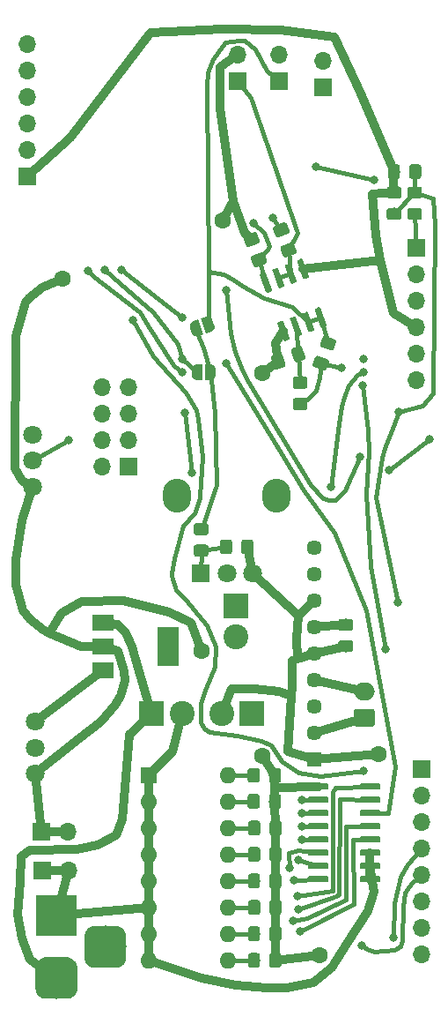
<source format=gbr>
G04 #@! TF.GenerationSoftware,KiCad,Pcbnew,(5.1.2-1)-1*
G04 #@! TF.CreationDate,2023-08-23T14:56:14-04:00*
G04 #@! TF.ProjectId,ESP32_AudioBoard_Rev2,45535033-325f-4417-9564-696f426f6172,rev?*
G04 #@! TF.SameCoordinates,Original*
G04 #@! TF.FileFunction,Copper,L2,Bot*
G04 #@! TF.FilePolarity,Positive*
%FSLAX46Y46*%
G04 Gerber Fmt 4.6, Leading zero omitted, Abs format (unit mm)*
G04 Created by KiCad (PCBNEW (5.1.2-1)-1) date 2023-08-23 14:56:14*
%MOMM*%
%LPD*%
G04 APERTURE LIST*
%ADD10O,1.700000X1.700000*%
%ADD11R,1.700000X1.700000*%
%ADD12C,0.150000*%
%ADD13C,1.150000*%
%ADD14C,0.500000*%
%ADD15C,2.400000*%
%ADD16R,2.400000X2.400000*%
%ADD17R,1.800000X1.800000*%
%ADD18C,1.800000*%
%ADD19O,2.720000X3.240000*%
%ADD20C,4.000000*%
%ADD21R,4.000000X4.000000*%
%ADD22C,0.600000*%
%ADD23C,1.450000*%
%ADD24R,1.450000X1.450000*%
%ADD25R,2.000000X1.500000*%
%ADD26R,2.000000X3.800000*%
%ADD27O,2.000000X1.700000*%
%ADD28C,1.700000*%
%ADD29O,1.600000X1.600000*%
%ADD30R,1.600000X1.600000*%
%ADD31C,1.600000*%
%ADD32C,0.800000*%
%ADD33C,0.812800*%
%ADD34C,0.406400*%
G04 APERTURE END LIST*
D10*
X19830000Y-54010000D03*
X22370000Y-54010000D03*
X19830000Y-56550000D03*
X22370000Y-56550000D03*
X19830000Y-59090000D03*
X22370000Y-59090000D03*
X19830000Y-61630000D03*
D11*
X22370000Y-61630000D03*
D10*
X16540000Y-96690000D03*
D11*
X14000000Y-96690000D03*
D10*
X32850000Y-22090000D03*
D11*
X32850000Y-24630000D03*
D12*
G36*
X40580784Y-51037432D02*
G01*
X40605186Y-51039970D01*
X40629222Y-51044887D01*
X40652659Y-51052137D01*
X41498385Y-51359955D01*
X41521000Y-51369467D01*
X41542574Y-51381150D01*
X41562898Y-51394891D01*
X41581778Y-51410558D01*
X41599031Y-51428001D01*
X41614491Y-51447050D01*
X41628010Y-51467523D01*
X41639457Y-51489223D01*
X41648722Y-51511940D01*
X41655715Y-51535455D01*
X41660370Y-51559544D01*
X41662642Y-51583972D01*
X41662508Y-51608505D01*
X41659970Y-51632907D01*
X41655053Y-51656943D01*
X41647803Y-51680382D01*
X41425489Y-52291184D01*
X41415977Y-52313798D01*
X41404294Y-52335372D01*
X41390553Y-52355696D01*
X41374886Y-52374576D01*
X41357443Y-52391829D01*
X41338394Y-52407289D01*
X41317921Y-52420808D01*
X41296221Y-52432255D01*
X41273504Y-52441520D01*
X41249988Y-52448514D01*
X41225900Y-52453169D01*
X41201472Y-52455440D01*
X41176938Y-52455306D01*
X41152536Y-52452768D01*
X41128500Y-52447851D01*
X41105063Y-52440601D01*
X40259337Y-52132783D01*
X40236722Y-52123271D01*
X40215148Y-52111588D01*
X40194824Y-52097847D01*
X40175944Y-52082180D01*
X40158691Y-52064737D01*
X40143231Y-52045688D01*
X40129712Y-52025215D01*
X40118265Y-52003515D01*
X40109000Y-51980798D01*
X40102007Y-51957283D01*
X40097352Y-51933194D01*
X40095080Y-51908766D01*
X40095214Y-51884233D01*
X40097752Y-51859831D01*
X40102669Y-51835795D01*
X40109919Y-51812356D01*
X40332233Y-51201554D01*
X40341745Y-51178940D01*
X40353428Y-51157366D01*
X40367169Y-51137042D01*
X40382836Y-51118162D01*
X40400279Y-51100909D01*
X40419328Y-51085449D01*
X40439801Y-51071930D01*
X40461501Y-51060483D01*
X40484218Y-51051218D01*
X40507734Y-51044224D01*
X40531822Y-51039569D01*
X40556250Y-51037298D01*
X40580784Y-51037432D01*
X40580784Y-51037432D01*
G37*
D13*
X40878861Y-51746369D03*
D12*
G36*
X41281926Y-49111062D02*
G01*
X41306328Y-49113600D01*
X41330364Y-49118517D01*
X41353801Y-49125767D01*
X42199527Y-49433585D01*
X42222142Y-49443097D01*
X42243716Y-49454780D01*
X42264040Y-49468521D01*
X42282920Y-49484188D01*
X42300173Y-49501631D01*
X42315633Y-49520680D01*
X42329152Y-49541153D01*
X42340599Y-49562853D01*
X42349864Y-49585570D01*
X42356857Y-49609085D01*
X42361512Y-49633174D01*
X42363784Y-49657602D01*
X42363650Y-49682135D01*
X42361112Y-49706537D01*
X42356195Y-49730573D01*
X42348945Y-49754012D01*
X42126631Y-50364814D01*
X42117119Y-50387428D01*
X42105436Y-50409002D01*
X42091695Y-50429326D01*
X42076028Y-50448206D01*
X42058585Y-50465459D01*
X42039536Y-50480919D01*
X42019063Y-50494438D01*
X41997363Y-50505885D01*
X41974646Y-50515150D01*
X41951130Y-50522144D01*
X41927042Y-50526799D01*
X41902614Y-50529070D01*
X41878080Y-50528936D01*
X41853678Y-50526398D01*
X41829642Y-50521481D01*
X41806205Y-50514231D01*
X40960479Y-50206413D01*
X40937864Y-50196901D01*
X40916290Y-50185218D01*
X40895966Y-50171477D01*
X40877086Y-50155810D01*
X40859833Y-50138367D01*
X40844373Y-50119318D01*
X40830854Y-50098845D01*
X40819407Y-50077145D01*
X40810142Y-50054428D01*
X40803149Y-50030913D01*
X40798494Y-50006824D01*
X40796222Y-49982396D01*
X40796356Y-49957863D01*
X40798894Y-49933461D01*
X40803811Y-49909425D01*
X40811061Y-49885986D01*
X41033375Y-49275184D01*
X41042887Y-49252570D01*
X41054570Y-49230996D01*
X41068311Y-49210672D01*
X41083978Y-49191792D01*
X41101421Y-49174539D01*
X41120470Y-49159079D01*
X41140943Y-49145560D01*
X41162643Y-49134113D01*
X41185360Y-49124848D01*
X41208876Y-49117854D01*
X41232964Y-49113199D01*
X41257392Y-49110928D01*
X41281926Y-49111062D01*
X41281926Y-49111062D01*
G37*
D13*
X41580003Y-49819999D03*
D12*
G36*
X39344505Y-53041204D02*
G01*
X39368773Y-53044804D01*
X39392572Y-53050765D01*
X39415671Y-53059030D01*
X39437850Y-53069520D01*
X39458893Y-53082132D01*
X39478599Y-53096747D01*
X39496777Y-53113223D01*
X39513253Y-53131401D01*
X39527868Y-53151107D01*
X39540480Y-53172150D01*
X39550970Y-53194329D01*
X39559235Y-53217428D01*
X39565196Y-53241227D01*
X39568796Y-53265495D01*
X39570000Y-53289999D01*
X39570000Y-53940001D01*
X39568796Y-53964505D01*
X39565196Y-53988773D01*
X39559235Y-54012572D01*
X39550970Y-54035671D01*
X39540480Y-54057850D01*
X39527868Y-54078893D01*
X39513253Y-54098599D01*
X39496777Y-54116777D01*
X39478599Y-54133253D01*
X39458893Y-54147868D01*
X39437850Y-54160480D01*
X39415671Y-54170970D01*
X39392572Y-54179235D01*
X39368773Y-54185196D01*
X39344505Y-54188796D01*
X39320001Y-54190000D01*
X38419999Y-54190000D01*
X38395495Y-54188796D01*
X38371227Y-54185196D01*
X38347428Y-54179235D01*
X38324329Y-54170970D01*
X38302150Y-54160480D01*
X38281107Y-54147868D01*
X38261401Y-54133253D01*
X38243223Y-54116777D01*
X38226747Y-54098599D01*
X38212132Y-54078893D01*
X38199520Y-54057850D01*
X38189030Y-54035671D01*
X38180765Y-54012572D01*
X38174804Y-53988773D01*
X38171204Y-53964505D01*
X38170000Y-53940001D01*
X38170000Y-53289999D01*
X38171204Y-53265495D01*
X38174804Y-53241227D01*
X38180765Y-53217428D01*
X38189030Y-53194329D01*
X38199520Y-53172150D01*
X38212132Y-53151107D01*
X38226747Y-53131401D01*
X38243223Y-53113223D01*
X38261401Y-53096747D01*
X38281107Y-53082132D01*
X38302150Y-53069520D01*
X38324329Y-53059030D01*
X38347428Y-53050765D01*
X38371227Y-53044804D01*
X38395495Y-53041204D01*
X38419999Y-53040000D01*
X39320001Y-53040000D01*
X39344505Y-53041204D01*
X39344505Y-53041204D01*
G37*
D13*
X38870000Y-53615000D03*
D12*
G36*
X39344505Y-55091204D02*
G01*
X39368773Y-55094804D01*
X39392572Y-55100765D01*
X39415671Y-55109030D01*
X39437850Y-55119520D01*
X39458893Y-55132132D01*
X39478599Y-55146747D01*
X39496777Y-55163223D01*
X39513253Y-55181401D01*
X39527868Y-55201107D01*
X39540480Y-55222150D01*
X39550970Y-55244329D01*
X39559235Y-55267428D01*
X39565196Y-55291227D01*
X39568796Y-55315495D01*
X39570000Y-55339999D01*
X39570000Y-55990001D01*
X39568796Y-56014505D01*
X39565196Y-56038773D01*
X39559235Y-56062572D01*
X39550970Y-56085671D01*
X39540480Y-56107850D01*
X39527868Y-56128893D01*
X39513253Y-56148599D01*
X39496777Y-56166777D01*
X39478599Y-56183253D01*
X39458893Y-56197868D01*
X39437850Y-56210480D01*
X39415671Y-56220970D01*
X39392572Y-56229235D01*
X39368773Y-56235196D01*
X39344505Y-56238796D01*
X39320001Y-56240000D01*
X38419999Y-56240000D01*
X38395495Y-56238796D01*
X38371227Y-56235196D01*
X38347428Y-56229235D01*
X38324329Y-56220970D01*
X38302150Y-56210480D01*
X38281107Y-56197868D01*
X38261401Y-56183253D01*
X38243223Y-56166777D01*
X38226747Y-56148599D01*
X38212132Y-56128893D01*
X38199520Y-56107850D01*
X38189030Y-56085671D01*
X38180765Y-56062572D01*
X38174804Y-56038773D01*
X38171204Y-56014505D01*
X38170000Y-55990001D01*
X38170000Y-55339999D01*
X38171204Y-55315495D01*
X38174804Y-55291227D01*
X38180765Y-55267428D01*
X38189030Y-55244329D01*
X38199520Y-55222150D01*
X38212132Y-55201107D01*
X38226747Y-55181401D01*
X38243223Y-55163223D01*
X38261401Y-55146747D01*
X38281107Y-55132132D01*
X38302150Y-55119520D01*
X38324329Y-55109030D01*
X38347428Y-55100765D01*
X38371227Y-55094804D01*
X38395495Y-55091204D01*
X38419999Y-55090000D01*
X39320001Y-55090000D01*
X39344505Y-55091204D01*
X39344505Y-55091204D01*
G37*
D13*
X38870000Y-55665000D03*
D14*
X28849200Y-48442313D03*
D12*
G36*
X29105509Y-49146517D02*
G01*
X29082455Y-49154908D01*
X29034924Y-49167089D01*
X28986427Y-49174554D01*
X28937432Y-49177229D01*
X28888411Y-49175089D01*
X28839836Y-49168153D01*
X28792174Y-49156491D01*
X28745886Y-49140213D01*
X28701415Y-49119475D01*
X28659191Y-49094480D01*
X28619621Y-49065465D01*
X28583085Y-49032713D01*
X28549936Y-48996536D01*
X28520491Y-48957285D01*
X28495037Y-48915336D01*
X28473816Y-48871095D01*
X28465424Y-48848040D01*
X28464859Y-48848246D01*
X28293849Y-48378400D01*
X28294414Y-48378194D01*
X28286023Y-48355140D01*
X28273842Y-48307608D01*
X28266377Y-48259112D01*
X28263702Y-48210117D01*
X28265842Y-48161096D01*
X28272778Y-48112521D01*
X28284440Y-48064859D01*
X28300718Y-48018571D01*
X28321456Y-47974099D01*
X28346451Y-47931876D01*
X28375466Y-47892306D01*
X28408218Y-47855770D01*
X28444395Y-47822620D01*
X28483646Y-47793176D01*
X28525595Y-47767721D01*
X28569836Y-47746500D01*
X28592891Y-47738109D01*
X28592685Y-47737544D01*
X29062531Y-47566533D01*
X29575561Y-48976072D01*
X29105715Y-49147082D01*
X29105509Y-49146517D01*
X29105509Y-49146517D01*
G37*
D14*
X30070800Y-47997687D03*
D12*
G36*
X29344439Y-47463928D02*
G01*
X29814285Y-47292918D01*
X29814491Y-47293483D01*
X29837545Y-47285092D01*
X29885076Y-47272911D01*
X29933573Y-47265446D01*
X29982568Y-47262771D01*
X30031589Y-47264911D01*
X30080164Y-47271847D01*
X30127826Y-47283509D01*
X30174114Y-47299787D01*
X30218585Y-47320525D01*
X30260809Y-47345520D01*
X30300379Y-47374535D01*
X30336915Y-47407287D01*
X30370064Y-47443464D01*
X30399509Y-47482715D01*
X30424963Y-47524664D01*
X30446184Y-47568905D01*
X30454576Y-47591960D01*
X30455141Y-47591754D01*
X30626151Y-48061600D01*
X30625586Y-48061806D01*
X30633977Y-48084860D01*
X30646158Y-48132392D01*
X30653623Y-48180888D01*
X30656298Y-48229883D01*
X30654158Y-48278904D01*
X30647222Y-48327479D01*
X30635560Y-48375141D01*
X30619282Y-48421429D01*
X30598544Y-48465901D01*
X30573549Y-48508124D01*
X30544534Y-48547694D01*
X30511782Y-48584230D01*
X30475605Y-48617380D01*
X30436354Y-48646824D01*
X30394405Y-48672279D01*
X30350164Y-48693500D01*
X30327109Y-48701891D01*
X30327315Y-48702456D01*
X29857469Y-48873467D01*
X29344439Y-47463928D01*
X29344439Y-47463928D01*
G37*
G36*
X36963640Y-50789061D02*
G01*
X36987728Y-50793716D01*
X37011244Y-50800710D01*
X37033961Y-50809975D01*
X37055661Y-50821422D01*
X37076134Y-50834941D01*
X37095183Y-50850401D01*
X37112626Y-50867654D01*
X37128293Y-50886534D01*
X37142034Y-50906858D01*
X37153717Y-50928432D01*
X37163229Y-50951047D01*
X37471047Y-51796773D01*
X37478297Y-51820211D01*
X37483214Y-51844247D01*
X37485752Y-51868649D01*
X37485886Y-51893182D01*
X37483614Y-51917610D01*
X37478959Y-51941699D01*
X37471966Y-51965214D01*
X37462701Y-51987931D01*
X37451254Y-52009631D01*
X37437735Y-52030104D01*
X37422275Y-52049153D01*
X37405022Y-52066596D01*
X37386142Y-52082263D01*
X37365818Y-52096004D01*
X37344244Y-52107687D01*
X37321630Y-52117199D01*
X36710828Y-52339513D01*
X36687390Y-52346763D01*
X36663354Y-52351680D01*
X36638952Y-52354218D01*
X36614418Y-52354352D01*
X36589990Y-52352081D01*
X36565902Y-52347426D01*
X36542386Y-52340432D01*
X36519669Y-52331167D01*
X36497969Y-52319720D01*
X36477496Y-52306201D01*
X36458447Y-52290741D01*
X36441004Y-52273488D01*
X36425337Y-52254608D01*
X36411596Y-52234284D01*
X36399913Y-52212710D01*
X36390401Y-52190095D01*
X36082583Y-51344369D01*
X36075333Y-51320931D01*
X36070416Y-51296895D01*
X36067878Y-51272493D01*
X36067744Y-51247960D01*
X36070016Y-51223532D01*
X36074671Y-51199443D01*
X36081664Y-51175928D01*
X36090929Y-51153211D01*
X36102376Y-51131511D01*
X36115895Y-51111038D01*
X36131355Y-51091989D01*
X36148608Y-51074546D01*
X36167488Y-51058879D01*
X36187812Y-51045138D01*
X36209386Y-51033455D01*
X36232000Y-51023943D01*
X36842802Y-50801629D01*
X36866240Y-50794379D01*
X36890276Y-50789462D01*
X36914678Y-50786924D01*
X36939212Y-50786790D01*
X36963640Y-50789061D01*
X36963640Y-50789061D01*
G37*
D13*
X36776815Y-51570571D03*
D12*
G36*
X38890010Y-50087919D02*
G01*
X38914098Y-50092574D01*
X38937614Y-50099568D01*
X38960331Y-50108833D01*
X38982031Y-50120280D01*
X39002504Y-50133799D01*
X39021553Y-50149259D01*
X39038996Y-50166512D01*
X39054663Y-50185392D01*
X39068404Y-50205716D01*
X39080087Y-50227290D01*
X39089599Y-50249905D01*
X39397417Y-51095631D01*
X39404667Y-51119069D01*
X39409584Y-51143105D01*
X39412122Y-51167507D01*
X39412256Y-51192040D01*
X39409984Y-51216468D01*
X39405329Y-51240557D01*
X39398336Y-51264072D01*
X39389071Y-51286789D01*
X39377624Y-51308489D01*
X39364105Y-51328962D01*
X39348645Y-51348011D01*
X39331392Y-51365454D01*
X39312512Y-51381121D01*
X39292188Y-51394862D01*
X39270614Y-51406545D01*
X39248000Y-51416057D01*
X38637198Y-51638371D01*
X38613760Y-51645621D01*
X38589724Y-51650538D01*
X38565322Y-51653076D01*
X38540788Y-51653210D01*
X38516360Y-51650939D01*
X38492272Y-51646284D01*
X38468756Y-51639290D01*
X38446039Y-51630025D01*
X38424339Y-51618578D01*
X38403866Y-51605059D01*
X38384817Y-51589599D01*
X38367374Y-51572346D01*
X38351707Y-51553466D01*
X38337966Y-51533142D01*
X38326283Y-51511568D01*
X38316771Y-51488953D01*
X38008953Y-50643227D01*
X38001703Y-50619789D01*
X37996786Y-50595753D01*
X37994248Y-50571351D01*
X37994114Y-50546818D01*
X37996386Y-50522390D01*
X38001041Y-50498301D01*
X38008034Y-50474786D01*
X38017299Y-50452069D01*
X38028746Y-50430369D01*
X38042265Y-50409896D01*
X38057725Y-50390847D01*
X38074978Y-50373404D01*
X38093858Y-50357737D01*
X38114182Y-50343996D01*
X38135756Y-50332313D01*
X38158370Y-50322801D01*
X38769172Y-50100487D01*
X38792610Y-50093237D01*
X38816646Y-50088320D01*
X38841048Y-50085782D01*
X38865582Y-50085648D01*
X38890010Y-50087919D01*
X38890010Y-50087919D01*
G37*
D13*
X38703185Y-50869429D03*
D14*
X30260000Y-52590000D03*
D12*
G36*
X30260000Y-51840602D02*
G01*
X30284534Y-51840602D01*
X30333365Y-51845412D01*
X30381490Y-51854984D01*
X30428445Y-51869228D01*
X30473778Y-51888005D01*
X30517051Y-51911136D01*
X30557850Y-51938396D01*
X30595779Y-51969524D01*
X30630476Y-52004221D01*
X30661604Y-52042150D01*
X30688864Y-52082949D01*
X30711995Y-52126222D01*
X30730772Y-52171555D01*
X30745016Y-52218510D01*
X30754588Y-52266635D01*
X30759398Y-52315466D01*
X30759398Y-52340000D01*
X30760000Y-52340000D01*
X30760000Y-52840000D01*
X30759398Y-52840000D01*
X30759398Y-52864534D01*
X30754588Y-52913365D01*
X30745016Y-52961490D01*
X30730772Y-53008445D01*
X30711995Y-53053778D01*
X30688864Y-53097051D01*
X30661604Y-53137850D01*
X30630476Y-53175779D01*
X30595779Y-53210476D01*
X30557850Y-53241604D01*
X30517051Y-53268864D01*
X30473778Y-53291995D01*
X30428445Y-53310772D01*
X30381490Y-53325016D01*
X30333365Y-53334588D01*
X30284534Y-53339398D01*
X30260000Y-53339398D01*
X30260000Y-53340000D01*
X29760000Y-53340000D01*
X29760000Y-51840000D01*
X30260000Y-51840000D01*
X30260000Y-51840602D01*
X30260000Y-51840602D01*
G37*
D14*
X28960000Y-52590000D03*
D12*
G36*
X29460000Y-53340000D02*
G01*
X28960000Y-53340000D01*
X28960000Y-53339398D01*
X28935466Y-53339398D01*
X28886635Y-53334588D01*
X28838510Y-53325016D01*
X28791555Y-53310772D01*
X28746222Y-53291995D01*
X28702949Y-53268864D01*
X28662150Y-53241604D01*
X28624221Y-53210476D01*
X28589524Y-53175779D01*
X28558396Y-53137850D01*
X28531136Y-53097051D01*
X28508005Y-53053778D01*
X28489228Y-53008445D01*
X28474984Y-52961490D01*
X28465412Y-52913365D01*
X28460602Y-52864534D01*
X28460602Y-52840000D01*
X28460000Y-52840000D01*
X28460000Y-52340000D01*
X28460602Y-52340000D01*
X28460602Y-52315466D01*
X28465412Y-52266635D01*
X28474984Y-52218510D01*
X28489228Y-52171555D01*
X28508005Y-52126222D01*
X28531136Y-52082949D01*
X28558396Y-52042150D01*
X28589524Y-52004221D01*
X28624221Y-51969524D01*
X28662150Y-51938396D01*
X28702949Y-51911136D01*
X28746222Y-51888005D01*
X28791555Y-51869228D01*
X28838510Y-51854984D01*
X28886635Y-51845412D01*
X28935466Y-51840602D01*
X28960000Y-51840602D01*
X28960000Y-51840000D01*
X29460000Y-51840000D01*
X29460000Y-53340000D01*
X29460000Y-53340000D01*
G37*
G36*
X37407036Y-38243200D02*
G01*
X37431125Y-38247855D01*
X37454640Y-38254848D01*
X37477357Y-38264113D01*
X37499057Y-38275560D01*
X37519530Y-38289079D01*
X37538579Y-38304539D01*
X37556022Y-38321792D01*
X37571689Y-38340672D01*
X37585430Y-38360996D01*
X37597113Y-38382570D01*
X37606625Y-38405184D01*
X37828939Y-39015986D01*
X37836189Y-39039424D01*
X37841106Y-39063460D01*
X37843644Y-39087862D01*
X37843778Y-39112396D01*
X37841507Y-39136824D01*
X37836852Y-39160912D01*
X37829858Y-39184428D01*
X37820593Y-39207145D01*
X37809146Y-39228845D01*
X37795627Y-39249318D01*
X37780167Y-39268367D01*
X37762914Y-39285810D01*
X37744034Y-39301477D01*
X37723710Y-39315218D01*
X37702136Y-39326901D01*
X37679521Y-39336413D01*
X36833795Y-39644231D01*
X36810357Y-39651481D01*
X36786321Y-39656398D01*
X36761919Y-39658936D01*
X36737386Y-39659070D01*
X36712958Y-39656798D01*
X36688869Y-39652143D01*
X36665354Y-39645150D01*
X36642637Y-39635885D01*
X36620937Y-39624438D01*
X36600464Y-39610919D01*
X36581415Y-39595459D01*
X36563972Y-39578206D01*
X36548305Y-39559326D01*
X36534564Y-39539002D01*
X36522881Y-39517428D01*
X36513369Y-39494814D01*
X36291055Y-38884012D01*
X36283805Y-38860574D01*
X36278888Y-38836538D01*
X36276350Y-38812136D01*
X36276216Y-38787602D01*
X36278487Y-38763174D01*
X36283142Y-38739086D01*
X36290136Y-38715570D01*
X36299401Y-38692853D01*
X36310848Y-38671153D01*
X36324367Y-38650680D01*
X36339827Y-38631631D01*
X36357080Y-38614188D01*
X36375960Y-38598521D01*
X36396284Y-38584780D01*
X36417858Y-38573097D01*
X36440473Y-38563585D01*
X37286199Y-38255767D01*
X37309637Y-38248517D01*
X37333673Y-38243600D01*
X37358075Y-38241062D01*
X37382608Y-38240928D01*
X37407036Y-38243200D01*
X37407036Y-38243200D01*
G37*
D13*
X37059997Y-38949999D03*
D12*
G36*
X38108178Y-40169570D02*
G01*
X38132267Y-40174225D01*
X38155782Y-40181218D01*
X38178499Y-40190483D01*
X38200199Y-40201930D01*
X38220672Y-40215449D01*
X38239721Y-40230909D01*
X38257164Y-40248162D01*
X38272831Y-40267042D01*
X38286572Y-40287366D01*
X38298255Y-40308940D01*
X38307767Y-40331554D01*
X38530081Y-40942356D01*
X38537331Y-40965794D01*
X38542248Y-40989830D01*
X38544786Y-41014232D01*
X38544920Y-41038766D01*
X38542649Y-41063194D01*
X38537994Y-41087282D01*
X38531000Y-41110798D01*
X38521735Y-41133515D01*
X38510288Y-41155215D01*
X38496769Y-41175688D01*
X38481309Y-41194737D01*
X38464056Y-41212180D01*
X38445176Y-41227847D01*
X38424852Y-41241588D01*
X38403278Y-41253271D01*
X38380663Y-41262783D01*
X37534937Y-41570601D01*
X37511499Y-41577851D01*
X37487463Y-41582768D01*
X37463061Y-41585306D01*
X37438528Y-41585440D01*
X37414100Y-41583168D01*
X37390011Y-41578513D01*
X37366496Y-41571520D01*
X37343779Y-41562255D01*
X37322079Y-41550808D01*
X37301606Y-41537289D01*
X37282557Y-41521829D01*
X37265114Y-41504576D01*
X37249447Y-41485696D01*
X37235706Y-41465372D01*
X37224023Y-41443798D01*
X37214511Y-41421184D01*
X36992197Y-40810382D01*
X36984947Y-40786944D01*
X36980030Y-40762908D01*
X36977492Y-40738506D01*
X36977358Y-40713972D01*
X36979629Y-40689544D01*
X36984284Y-40665456D01*
X36991278Y-40641940D01*
X37000543Y-40619223D01*
X37011990Y-40597523D01*
X37025509Y-40577050D01*
X37040969Y-40558001D01*
X37058222Y-40540558D01*
X37077102Y-40524891D01*
X37097426Y-40511150D01*
X37119000Y-40499467D01*
X37141615Y-40489955D01*
X37987341Y-40182137D01*
X38010779Y-40174887D01*
X38034815Y-40169970D01*
X38059217Y-40167432D01*
X38083750Y-40167298D01*
X38108178Y-40169570D01*
X38108178Y-40169570D01*
G37*
D13*
X37761139Y-40876369D03*
D12*
G36*
X34566468Y-39170016D02*
G01*
X34590557Y-39174671D01*
X34614072Y-39181664D01*
X34636789Y-39190929D01*
X34658489Y-39202376D01*
X34678962Y-39215895D01*
X34698011Y-39231355D01*
X34715454Y-39248608D01*
X34731121Y-39267488D01*
X34744862Y-39287812D01*
X34756545Y-39309386D01*
X34766057Y-39332000D01*
X34988371Y-39942802D01*
X34995621Y-39966240D01*
X35000538Y-39990276D01*
X35003076Y-40014678D01*
X35003210Y-40039212D01*
X35000939Y-40063640D01*
X34996284Y-40087728D01*
X34989290Y-40111244D01*
X34980025Y-40133961D01*
X34968578Y-40155661D01*
X34955059Y-40176134D01*
X34939599Y-40195183D01*
X34922346Y-40212626D01*
X34903466Y-40228293D01*
X34883142Y-40242034D01*
X34861568Y-40253717D01*
X34838953Y-40263229D01*
X33993227Y-40571047D01*
X33969789Y-40578297D01*
X33945753Y-40583214D01*
X33921351Y-40585752D01*
X33896818Y-40585886D01*
X33872390Y-40583614D01*
X33848301Y-40578959D01*
X33824786Y-40571966D01*
X33802069Y-40562701D01*
X33780369Y-40551254D01*
X33759896Y-40537735D01*
X33740847Y-40522275D01*
X33723404Y-40505022D01*
X33707737Y-40486142D01*
X33693996Y-40465818D01*
X33682313Y-40444244D01*
X33672801Y-40421630D01*
X33450487Y-39810828D01*
X33443237Y-39787390D01*
X33438320Y-39763354D01*
X33435782Y-39738952D01*
X33435648Y-39714418D01*
X33437919Y-39689990D01*
X33442574Y-39665902D01*
X33449568Y-39642386D01*
X33458833Y-39619669D01*
X33470280Y-39597969D01*
X33483799Y-39577496D01*
X33499259Y-39558447D01*
X33516512Y-39541004D01*
X33535392Y-39525337D01*
X33555716Y-39511596D01*
X33577290Y-39499913D01*
X33599905Y-39490401D01*
X34445631Y-39182583D01*
X34469069Y-39175333D01*
X34493105Y-39170416D01*
X34517507Y-39167878D01*
X34542040Y-39167744D01*
X34566468Y-39170016D01*
X34566468Y-39170016D01*
G37*
D13*
X34219429Y-39876815D03*
D12*
G36*
X35267610Y-41096386D02*
G01*
X35291699Y-41101041D01*
X35315214Y-41108034D01*
X35337931Y-41117299D01*
X35359631Y-41128746D01*
X35380104Y-41142265D01*
X35399153Y-41157725D01*
X35416596Y-41174978D01*
X35432263Y-41193858D01*
X35446004Y-41214182D01*
X35457687Y-41235756D01*
X35467199Y-41258370D01*
X35689513Y-41869172D01*
X35696763Y-41892610D01*
X35701680Y-41916646D01*
X35704218Y-41941048D01*
X35704352Y-41965582D01*
X35702081Y-41990010D01*
X35697426Y-42014098D01*
X35690432Y-42037614D01*
X35681167Y-42060331D01*
X35669720Y-42082031D01*
X35656201Y-42102504D01*
X35640741Y-42121553D01*
X35623488Y-42138996D01*
X35604608Y-42154663D01*
X35584284Y-42168404D01*
X35562710Y-42180087D01*
X35540095Y-42189599D01*
X34694369Y-42497417D01*
X34670931Y-42504667D01*
X34646895Y-42509584D01*
X34622493Y-42512122D01*
X34597960Y-42512256D01*
X34573532Y-42509984D01*
X34549443Y-42505329D01*
X34525928Y-42498336D01*
X34503211Y-42489071D01*
X34481511Y-42477624D01*
X34461038Y-42464105D01*
X34441989Y-42448645D01*
X34424546Y-42431392D01*
X34408879Y-42412512D01*
X34395138Y-42392188D01*
X34383455Y-42370614D01*
X34373943Y-42348000D01*
X34151629Y-41737198D01*
X34144379Y-41713760D01*
X34139462Y-41689724D01*
X34136924Y-41665322D01*
X34136790Y-41640788D01*
X34139061Y-41616360D01*
X34143716Y-41592272D01*
X34150710Y-41568756D01*
X34159975Y-41546039D01*
X34171422Y-41524339D01*
X34184941Y-41503866D01*
X34200401Y-41484817D01*
X34217654Y-41467374D01*
X34236534Y-41451707D01*
X34256858Y-41437966D01*
X34278432Y-41426283D01*
X34301047Y-41416771D01*
X35146773Y-41108953D01*
X35170211Y-41101703D01*
X35194247Y-41096786D01*
X35218649Y-41094248D01*
X35243182Y-41094114D01*
X35267610Y-41096386D01*
X35267610Y-41096386D01*
G37*
D13*
X34920571Y-41803185D03*
D10*
X41120000Y-22700000D03*
D11*
X41120000Y-25240000D03*
D10*
X36820000Y-22160000D03*
D11*
X36820000Y-24700000D03*
D12*
G36*
X32104505Y-68671204D02*
G01*
X32128773Y-68674804D01*
X32152572Y-68680765D01*
X32175671Y-68689030D01*
X32197850Y-68699520D01*
X32218893Y-68712132D01*
X32238599Y-68726747D01*
X32256777Y-68743223D01*
X32273253Y-68761401D01*
X32287868Y-68781107D01*
X32300480Y-68802150D01*
X32310970Y-68824329D01*
X32319235Y-68847428D01*
X32325196Y-68871227D01*
X32328796Y-68895495D01*
X32330000Y-68919999D01*
X32330000Y-69820001D01*
X32328796Y-69844505D01*
X32325196Y-69868773D01*
X32319235Y-69892572D01*
X32310970Y-69915671D01*
X32300480Y-69937850D01*
X32287868Y-69958893D01*
X32273253Y-69978599D01*
X32256777Y-69996777D01*
X32238599Y-70013253D01*
X32218893Y-70027868D01*
X32197850Y-70040480D01*
X32175671Y-70050970D01*
X32152572Y-70059235D01*
X32128773Y-70065196D01*
X32104505Y-70068796D01*
X32080001Y-70070000D01*
X31429999Y-70070000D01*
X31405495Y-70068796D01*
X31381227Y-70065196D01*
X31357428Y-70059235D01*
X31334329Y-70050970D01*
X31312150Y-70040480D01*
X31291107Y-70027868D01*
X31271401Y-70013253D01*
X31253223Y-69996777D01*
X31236747Y-69978599D01*
X31222132Y-69958893D01*
X31209520Y-69937850D01*
X31199030Y-69915671D01*
X31190765Y-69892572D01*
X31184804Y-69868773D01*
X31181204Y-69844505D01*
X31180000Y-69820001D01*
X31180000Y-68919999D01*
X31181204Y-68895495D01*
X31184804Y-68871227D01*
X31190765Y-68847428D01*
X31199030Y-68824329D01*
X31209520Y-68802150D01*
X31222132Y-68781107D01*
X31236747Y-68761401D01*
X31253223Y-68743223D01*
X31271401Y-68726747D01*
X31291107Y-68712132D01*
X31312150Y-68699520D01*
X31334329Y-68689030D01*
X31357428Y-68680765D01*
X31381227Y-68674804D01*
X31405495Y-68671204D01*
X31429999Y-68670000D01*
X32080001Y-68670000D01*
X32104505Y-68671204D01*
X32104505Y-68671204D01*
G37*
D13*
X31755000Y-69370000D03*
D12*
G36*
X34154505Y-68671204D02*
G01*
X34178773Y-68674804D01*
X34202572Y-68680765D01*
X34225671Y-68689030D01*
X34247850Y-68699520D01*
X34268893Y-68712132D01*
X34288599Y-68726747D01*
X34306777Y-68743223D01*
X34323253Y-68761401D01*
X34337868Y-68781107D01*
X34350480Y-68802150D01*
X34360970Y-68824329D01*
X34369235Y-68847428D01*
X34375196Y-68871227D01*
X34378796Y-68895495D01*
X34380000Y-68919999D01*
X34380000Y-69820001D01*
X34378796Y-69844505D01*
X34375196Y-69868773D01*
X34369235Y-69892572D01*
X34360970Y-69915671D01*
X34350480Y-69937850D01*
X34337868Y-69958893D01*
X34323253Y-69978599D01*
X34306777Y-69996777D01*
X34288599Y-70013253D01*
X34268893Y-70027868D01*
X34247850Y-70040480D01*
X34225671Y-70050970D01*
X34202572Y-70059235D01*
X34178773Y-70065196D01*
X34154505Y-70068796D01*
X34130001Y-70070000D01*
X33479999Y-70070000D01*
X33455495Y-70068796D01*
X33431227Y-70065196D01*
X33407428Y-70059235D01*
X33384329Y-70050970D01*
X33362150Y-70040480D01*
X33341107Y-70027868D01*
X33321401Y-70013253D01*
X33303223Y-69996777D01*
X33286747Y-69978599D01*
X33272132Y-69958893D01*
X33259520Y-69937850D01*
X33249030Y-69915671D01*
X33240765Y-69892572D01*
X33234804Y-69868773D01*
X33231204Y-69844505D01*
X33230000Y-69820001D01*
X33230000Y-68919999D01*
X33231204Y-68895495D01*
X33234804Y-68871227D01*
X33240765Y-68847428D01*
X33249030Y-68824329D01*
X33259520Y-68802150D01*
X33272132Y-68781107D01*
X33286747Y-68761401D01*
X33303223Y-68743223D01*
X33321401Y-68726747D01*
X33341107Y-68712132D01*
X33362150Y-68699520D01*
X33384329Y-68689030D01*
X33407428Y-68680765D01*
X33431227Y-68674804D01*
X33455495Y-68671204D01*
X33479999Y-68670000D01*
X34130001Y-68670000D01*
X34154505Y-68671204D01*
X34154505Y-68671204D01*
G37*
D13*
X33805000Y-69370000D03*
D15*
X32732800Y-77973000D03*
D16*
X32732800Y-75052000D03*
D17*
X29340000Y-71920000D03*
D18*
X31840000Y-71920000D03*
X34340000Y-71920000D03*
D19*
X36640000Y-64420000D03*
X27040000Y-64420000D03*
D10*
X12650000Y-21110000D03*
X12650000Y-23650000D03*
X12650000Y-26190000D03*
X12650000Y-28730000D03*
X12650000Y-31270000D03*
D11*
X12650000Y-33810000D03*
D10*
X16590000Y-100440000D03*
D11*
X14050000Y-100440000D03*
D18*
X13128100Y-61101900D03*
X13128100Y-58601900D03*
X13128100Y-63601900D03*
X13368100Y-88651900D03*
X13368100Y-86151900D03*
X13368100Y-91151900D03*
D12*
G36*
X21238017Y-105764815D02*
G01*
X21335090Y-105779215D01*
X21430285Y-105803060D01*
X21522683Y-105836120D01*
X21611397Y-105878079D01*
X21695570Y-105928530D01*
X21774393Y-105986990D01*
X21847107Y-106052893D01*
X21913010Y-106125607D01*
X21971470Y-106204430D01*
X22021921Y-106288603D01*
X22063880Y-106377317D01*
X22096940Y-106469715D01*
X22120785Y-106564910D01*
X22135185Y-106661983D01*
X22140000Y-106760000D01*
X22140000Y-108760000D01*
X22135185Y-108858017D01*
X22120785Y-108955090D01*
X22096940Y-109050285D01*
X22063880Y-109142683D01*
X22021921Y-109231397D01*
X21971470Y-109315570D01*
X21913010Y-109394393D01*
X21847107Y-109467107D01*
X21774393Y-109533010D01*
X21695570Y-109591470D01*
X21611397Y-109641921D01*
X21522683Y-109683880D01*
X21430285Y-109716940D01*
X21335090Y-109740785D01*
X21238017Y-109755185D01*
X21140000Y-109760000D01*
X19140000Y-109760000D01*
X19041983Y-109755185D01*
X18944910Y-109740785D01*
X18849715Y-109716940D01*
X18757317Y-109683880D01*
X18668603Y-109641921D01*
X18584430Y-109591470D01*
X18505607Y-109533010D01*
X18432893Y-109467107D01*
X18366990Y-109394393D01*
X18308530Y-109315570D01*
X18258079Y-109231397D01*
X18216120Y-109142683D01*
X18183060Y-109050285D01*
X18159215Y-108955090D01*
X18144815Y-108858017D01*
X18140000Y-108760000D01*
X18140000Y-106760000D01*
X18144815Y-106661983D01*
X18159215Y-106564910D01*
X18183060Y-106469715D01*
X18216120Y-106377317D01*
X18258079Y-106288603D01*
X18308530Y-106204430D01*
X18366990Y-106125607D01*
X18432893Y-106052893D01*
X18505607Y-105986990D01*
X18584430Y-105928530D01*
X18668603Y-105878079D01*
X18757317Y-105836120D01*
X18849715Y-105803060D01*
X18944910Y-105779215D01*
X19041983Y-105764815D01*
X19140000Y-105760000D01*
X21140000Y-105760000D01*
X21238017Y-105764815D01*
X21238017Y-105764815D01*
G37*
D20*
X20140000Y-107760000D03*
D12*
G36*
X16538017Y-108764815D02*
G01*
X16635090Y-108779215D01*
X16730285Y-108803060D01*
X16822683Y-108836120D01*
X16911397Y-108878079D01*
X16995570Y-108928530D01*
X17074393Y-108986990D01*
X17147107Y-109052893D01*
X17213010Y-109125607D01*
X17271470Y-109204430D01*
X17321921Y-109288603D01*
X17363880Y-109377317D01*
X17396940Y-109469715D01*
X17420785Y-109564910D01*
X17435185Y-109661983D01*
X17440000Y-109760000D01*
X17440000Y-111760000D01*
X17435185Y-111858017D01*
X17420785Y-111955090D01*
X17396940Y-112050285D01*
X17363880Y-112142683D01*
X17321921Y-112231397D01*
X17271470Y-112315570D01*
X17213010Y-112394393D01*
X17147107Y-112467107D01*
X17074393Y-112533010D01*
X16995570Y-112591470D01*
X16911397Y-112641921D01*
X16822683Y-112683880D01*
X16730285Y-112716940D01*
X16635090Y-112740785D01*
X16538017Y-112755185D01*
X16440000Y-112760000D01*
X14440000Y-112760000D01*
X14341983Y-112755185D01*
X14244910Y-112740785D01*
X14149715Y-112716940D01*
X14057317Y-112683880D01*
X13968603Y-112641921D01*
X13884430Y-112591470D01*
X13805607Y-112533010D01*
X13732893Y-112467107D01*
X13666990Y-112394393D01*
X13608530Y-112315570D01*
X13558079Y-112231397D01*
X13516120Y-112142683D01*
X13483060Y-112050285D01*
X13459215Y-111955090D01*
X13444815Y-111858017D01*
X13440000Y-111760000D01*
X13440000Y-109760000D01*
X13444815Y-109661983D01*
X13459215Y-109564910D01*
X13483060Y-109469715D01*
X13516120Y-109377317D01*
X13558079Y-109288603D01*
X13608530Y-109204430D01*
X13666990Y-109125607D01*
X13732893Y-109052893D01*
X13805607Y-108986990D01*
X13884430Y-108928530D01*
X13968603Y-108878079D01*
X14057317Y-108836120D01*
X14149715Y-108803060D01*
X14244910Y-108779215D01*
X14341983Y-108764815D01*
X14440000Y-108760000D01*
X16440000Y-108760000D01*
X16538017Y-108764815D01*
X16538017Y-108764815D01*
G37*
D20*
X15440000Y-110760000D03*
D21*
X15440000Y-104760000D03*
D12*
G36*
X39050967Y-41719299D02*
G01*
X39065420Y-41722092D01*
X39079529Y-41726288D01*
X39093160Y-41731847D01*
X39106180Y-41738715D01*
X39118463Y-41746826D01*
X39129893Y-41756103D01*
X39140359Y-41766455D01*
X39149759Y-41777782D01*
X39158004Y-41789977D01*
X39165014Y-41802921D01*
X39170721Y-41816490D01*
X39735055Y-43366982D01*
X39739405Y-43381045D01*
X39742355Y-43395466D01*
X39743878Y-43410108D01*
X39743958Y-43424828D01*
X39742595Y-43439485D01*
X39739802Y-43453938D01*
X39735606Y-43468047D01*
X39730047Y-43481678D01*
X39723179Y-43494697D01*
X39715068Y-43506981D01*
X39705791Y-43518411D01*
X39695440Y-43528877D01*
X39684112Y-43538277D01*
X39671917Y-43546522D01*
X39658973Y-43553532D01*
X39645404Y-43559239D01*
X39363496Y-43661845D01*
X39349433Y-43666195D01*
X39335011Y-43669145D01*
X39320370Y-43670668D01*
X39305650Y-43670748D01*
X39290993Y-43669385D01*
X39276540Y-43666592D01*
X39262431Y-43662396D01*
X39248800Y-43656837D01*
X39235780Y-43649969D01*
X39223497Y-43641858D01*
X39212067Y-43632581D01*
X39201601Y-43622229D01*
X39192201Y-43610902D01*
X39183956Y-43598707D01*
X39176946Y-43585763D01*
X39171239Y-43572194D01*
X38606905Y-42021702D01*
X38602555Y-42007639D01*
X38599605Y-41993218D01*
X38598082Y-41978576D01*
X38598002Y-41963856D01*
X38599365Y-41949199D01*
X38602158Y-41934746D01*
X38606354Y-41920637D01*
X38611913Y-41907006D01*
X38618781Y-41893987D01*
X38626892Y-41881703D01*
X38636169Y-41870273D01*
X38646520Y-41859807D01*
X38657848Y-41850407D01*
X38670043Y-41842162D01*
X38682987Y-41835152D01*
X38696556Y-41829445D01*
X38978464Y-41726839D01*
X38992527Y-41722489D01*
X39006949Y-41719539D01*
X39021590Y-41718016D01*
X39036310Y-41717936D01*
X39050967Y-41719299D01*
X39050967Y-41719299D01*
G37*
D22*
X39170980Y-42694342D03*
D12*
G36*
X37857557Y-42153665D02*
G01*
X37872010Y-42156458D01*
X37886119Y-42160654D01*
X37899750Y-42166213D01*
X37912770Y-42173081D01*
X37925053Y-42181192D01*
X37936483Y-42190469D01*
X37946949Y-42200821D01*
X37956349Y-42212148D01*
X37964594Y-42224343D01*
X37971604Y-42237287D01*
X37977311Y-42250856D01*
X38541645Y-43801348D01*
X38545995Y-43815411D01*
X38548945Y-43829832D01*
X38550468Y-43844474D01*
X38550548Y-43859194D01*
X38549185Y-43873851D01*
X38546392Y-43888304D01*
X38542196Y-43902413D01*
X38536637Y-43916044D01*
X38529769Y-43929063D01*
X38521658Y-43941347D01*
X38512381Y-43952777D01*
X38502030Y-43963243D01*
X38490702Y-43972643D01*
X38478507Y-43980888D01*
X38465563Y-43987898D01*
X38451994Y-43993605D01*
X38170086Y-44096211D01*
X38156023Y-44100561D01*
X38141601Y-44103511D01*
X38126960Y-44105034D01*
X38112240Y-44105114D01*
X38097583Y-44103751D01*
X38083130Y-44100958D01*
X38069021Y-44096762D01*
X38055390Y-44091203D01*
X38042370Y-44084335D01*
X38030087Y-44076224D01*
X38018657Y-44066947D01*
X38008191Y-44056595D01*
X37998791Y-44045268D01*
X37990546Y-44033073D01*
X37983536Y-44020129D01*
X37977829Y-44006560D01*
X37413495Y-42456068D01*
X37409145Y-42442005D01*
X37406195Y-42427584D01*
X37404672Y-42412942D01*
X37404592Y-42398222D01*
X37405955Y-42383565D01*
X37408748Y-42369112D01*
X37412944Y-42355003D01*
X37418503Y-42341372D01*
X37425371Y-42328353D01*
X37433482Y-42316069D01*
X37442759Y-42304639D01*
X37453110Y-42294173D01*
X37464438Y-42284773D01*
X37476633Y-42276528D01*
X37489577Y-42269518D01*
X37503146Y-42263811D01*
X37785054Y-42161205D01*
X37799117Y-42156855D01*
X37813539Y-42153905D01*
X37828180Y-42152382D01*
X37842900Y-42152302D01*
X37857557Y-42153665D01*
X37857557Y-42153665D01*
G37*
D22*
X37977570Y-43128708D03*
D12*
G36*
X36664147Y-42588031D02*
G01*
X36678600Y-42590824D01*
X36692709Y-42595020D01*
X36706340Y-42600579D01*
X36719360Y-42607447D01*
X36731643Y-42615558D01*
X36743073Y-42624835D01*
X36753539Y-42635187D01*
X36762939Y-42646514D01*
X36771184Y-42658709D01*
X36778194Y-42671653D01*
X36783901Y-42685222D01*
X37348235Y-44235714D01*
X37352585Y-44249777D01*
X37355535Y-44264198D01*
X37357058Y-44278840D01*
X37357138Y-44293560D01*
X37355775Y-44308217D01*
X37352982Y-44322670D01*
X37348786Y-44336779D01*
X37343227Y-44350410D01*
X37336359Y-44363429D01*
X37328248Y-44375713D01*
X37318971Y-44387143D01*
X37308620Y-44397609D01*
X37297292Y-44407009D01*
X37285097Y-44415254D01*
X37272153Y-44422264D01*
X37258584Y-44427971D01*
X36976676Y-44530577D01*
X36962613Y-44534927D01*
X36948191Y-44537877D01*
X36933550Y-44539400D01*
X36918830Y-44539480D01*
X36904173Y-44538117D01*
X36889720Y-44535324D01*
X36875611Y-44531128D01*
X36861980Y-44525569D01*
X36848960Y-44518701D01*
X36836677Y-44510590D01*
X36825247Y-44501313D01*
X36814781Y-44490961D01*
X36805381Y-44479634D01*
X36797136Y-44467439D01*
X36790126Y-44454495D01*
X36784419Y-44440926D01*
X36220085Y-42890434D01*
X36215735Y-42876371D01*
X36212785Y-42861950D01*
X36211262Y-42847308D01*
X36211182Y-42832588D01*
X36212545Y-42817931D01*
X36215338Y-42803478D01*
X36219534Y-42789369D01*
X36225093Y-42775738D01*
X36231961Y-42762719D01*
X36240072Y-42750435D01*
X36249349Y-42739005D01*
X36259700Y-42728539D01*
X36271028Y-42719139D01*
X36283223Y-42710894D01*
X36296167Y-42703884D01*
X36309736Y-42698177D01*
X36591644Y-42595571D01*
X36605707Y-42591221D01*
X36620129Y-42588271D01*
X36634770Y-42586748D01*
X36649490Y-42586668D01*
X36664147Y-42588031D01*
X36664147Y-42588031D01*
G37*
D22*
X36784160Y-43563074D03*
D12*
G36*
X35470738Y-43022396D02*
G01*
X35485191Y-43025189D01*
X35499300Y-43029385D01*
X35512931Y-43034944D01*
X35525951Y-43041812D01*
X35538234Y-43049923D01*
X35549664Y-43059200D01*
X35560130Y-43069552D01*
X35569530Y-43080879D01*
X35577775Y-43093074D01*
X35584785Y-43106018D01*
X35590492Y-43119587D01*
X36154826Y-44670079D01*
X36159176Y-44684142D01*
X36162126Y-44698563D01*
X36163649Y-44713205D01*
X36163729Y-44727925D01*
X36162366Y-44742582D01*
X36159573Y-44757035D01*
X36155377Y-44771144D01*
X36149818Y-44784775D01*
X36142950Y-44797794D01*
X36134839Y-44810078D01*
X36125562Y-44821508D01*
X36115211Y-44831974D01*
X36103883Y-44841374D01*
X36091688Y-44849619D01*
X36078744Y-44856629D01*
X36065175Y-44862336D01*
X35783267Y-44964942D01*
X35769204Y-44969292D01*
X35754782Y-44972242D01*
X35740141Y-44973765D01*
X35725421Y-44973845D01*
X35710764Y-44972482D01*
X35696311Y-44969689D01*
X35682202Y-44965493D01*
X35668571Y-44959934D01*
X35655551Y-44953066D01*
X35643268Y-44944955D01*
X35631838Y-44935678D01*
X35621372Y-44925326D01*
X35611972Y-44913999D01*
X35603727Y-44901804D01*
X35596717Y-44888860D01*
X35591010Y-44875291D01*
X35026676Y-43324799D01*
X35022326Y-43310736D01*
X35019376Y-43296315D01*
X35017853Y-43281673D01*
X35017773Y-43266953D01*
X35019136Y-43252296D01*
X35021929Y-43237843D01*
X35026125Y-43223734D01*
X35031684Y-43210103D01*
X35038552Y-43197084D01*
X35046663Y-43184800D01*
X35055940Y-43173370D01*
X35066291Y-43162904D01*
X35077619Y-43153504D01*
X35089814Y-43145259D01*
X35102758Y-43138249D01*
X35116327Y-43132542D01*
X35398235Y-43029936D01*
X35412298Y-43025586D01*
X35426720Y-43022636D01*
X35441361Y-43021113D01*
X35456081Y-43021033D01*
X35470738Y-43022396D01*
X35470738Y-43022396D01*
G37*
D22*
X35590751Y-43997439D03*
D12*
G36*
X37163737Y-47673875D02*
G01*
X37178190Y-47676668D01*
X37192299Y-47680864D01*
X37205930Y-47686423D01*
X37218950Y-47693291D01*
X37231233Y-47701402D01*
X37242663Y-47710679D01*
X37253129Y-47721031D01*
X37262529Y-47732358D01*
X37270774Y-47744553D01*
X37277784Y-47757497D01*
X37283491Y-47771066D01*
X37847825Y-49321558D01*
X37852175Y-49335621D01*
X37855125Y-49350042D01*
X37856648Y-49364684D01*
X37856728Y-49379404D01*
X37855365Y-49394061D01*
X37852572Y-49408514D01*
X37848376Y-49422623D01*
X37842817Y-49436254D01*
X37835949Y-49449273D01*
X37827838Y-49461557D01*
X37818561Y-49472987D01*
X37808210Y-49483453D01*
X37796882Y-49492853D01*
X37784687Y-49501098D01*
X37771743Y-49508108D01*
X37758174Y-49513815D01*
X37476266Y-49616421D01*
X37462203Y-49620771D01*
X37447781Y-49623721D01*
X37433140Y-49625244D01*
X37418420Y-49625324D01*
X37403763Y-49623961D01*
X37389310Y-49621168D01*
X37375201Y-49616972D01*
X37361570Y-49611413D01*
X37348550Y-49604545D01*
X37336267Y-49596434D01*
X37324837Y-49587157D01*
X37314371Y-49576805D01*
X37304971Y-49565478D01*
X37296726Y-49553283D01*
X37289716Y-49540339D01*
X37284009Y-49526770D01*
X36719675Y-47976278D01*
X36715325Y-47962215D01*
X36712375Y-47947794D01*
X36710852Y-47933152D01*
X36710772Y-47918432D01*
X36712135Y-47903775D01*
X36714928Y-47889322D01*
X36719124Y-47875213D01*
X36724683Y-47861582D01*
X36731551Y-47848563D01*
X36739662Y-47836279D01*
X36748939Y-47824849D01*
X36759290Y-47814383D01*
X36770618Y-47804983D01*
X36782813Y-47796738D01*
X36795757Y-47789728D01*
X36809326Y-47784021D01*
X37091234Y-47681415D01*
X37105297Y-47677065D01*
X37119719Y-47674115D01*
X37134360Y-47672592D01*
X37149080Y-47672512D01*
X37163737Y-47673875D01*
X37163737Y-47673875D01*
G37*
D22*
X37283750Y-48648918D03*
D12*
G36*
X38357147Y-47239509D02*
G01*
X38371600Y-47242302D01*
X38385709Y-47246498D01*
X38399340Y-47252057D01*
X38412360Y-47258925D01*
X38424643Y-47267036D01*
X38436073Y-47276313D01*
X38446539Y-47286665D01*
X38455939Y-47297992D01*
X38464184Y-47310187D01*
X38471194Y-47323131D01*
X38476901Y-47336700D01*
X39041235Y-48887192D01*
X39045585Y-48901255D01*
X39048535Y-48915676D01*
X39050058Y-48930318D01*
X39050138Y-48945038D01*
X39048775Y-48959695D01*
X39045982Y-48974148D01*
X39041786Y-48988257D01*
X39036227Y-49001888D01*
X39029359Y-49014907D01*
X39021248Y-49027191D01*
X39011971Y-49038621D01*
X39001620Y-49049087D01*
X38990292Y-49058487D01*
X38978097Y-49066732D01*
X38965153Y-49073742D01*
X38951584Y-49079449D01*
X38669676Y-49182055D01*
X38655613Y-49186405D01*
X38641191Y-49189355D01*
X38626550Y-49190878D01*
X38611830Y-49190958D01*
X38597173Y-49189595D01*
X38582720Y-49186802D01*
X38568611Y-49182606D01*
X38554980Y-49177047D01*
X38541960Y-49170179D01*
X38529677Y-49162068D01*
X38518247Y-49152791D01*
X38507781Y-49142439D01*
X38498381Y-49131112D01*
X38490136Y-49118917D01*
X38483126Y-49105973D01*
X38477419Y-49092404D01*
X37913085Y-47541912D01*
X37908735Y-47527849D01*
X37905785Y-47513428D01*
X37904262Y-47498786D01*
X37904182Y-47484066D01*
X37905545Y-47469409D01*
X37908338Y-47454956D01*
X37912534Y-47440847D01*
X37918093Y-47427216D01*
X37924961Y-47414197D01*
X37933072Y-47401913D01*
X37942349Y-47390483D01*
X37952700Y-47380017D01*
X37964028Y-47370617D01*
X37976223Y-47362372D01*
X37989167Y-47355362D01*
X38002736Y-47349655D01*
X38284644Y-47247049D01*
X38298707Y-47242699D01*
X38313129Y-47239749D01*
X38327770Y-47238226D01*
X38342490Y-47238146D01*
X38357147Y-47239509D01*
X38357147Y-47239509D01*
G37*
D22*
X38477160Y-48214552D03*
D12*
G36*
X39550557Y-46805143D02*
G01*
X39565010Y-46807936D01*
X39579119Y-46812132D01*
X39592750Y-46817691D01*
X39605770Y-46824559D01*
X39618053Y-46832670D01*
X39629483Y-46841947D01*
X39639949Y-46852299D01*
X39649349Y-46863626D01*
X39657594Y-46875821D01*
X39664604Y-46888765D01*
X39670311Y-46902334D01*
X40234645Y-48452826D01*
X40238995Y-48466889D01*
X40241945Y-48481310D01*
X40243468Y-48495952D01*
X40243548Y-48510672D01*
X40242185Y-48525329D01*
X40239392Y-48539782D01*
X40235196Y-48553891D01*
X40229637Y-48567522D01*
X40222769Y-48580541D01*
X40214658Y-48592825D01*
X40205381Y-48604255D01*
X40195030Y-48614721D01*
X40183702Y-48624121D01*
X40171507Y-48632366D01*
X40158563Y-48639376D01*
X40144994Y-48645083D01*
X39863086Y-48747689D01*
X39849023Y-48752039D01*
X39834601Y-48754989D01*
X39819960Y-48756512D01*
X39805240Y-48756592D01*
X39790583Y-48755229D01*
X39776130Y-48752436D01*
X39762021Y-48748240D01*
X39748390Y-48742681D01*
X39735370Y-48735813D01*
X39723087Y-48727702D01*
X39711657Y-48718425D01*
X39701191Y-48708073D01*
X39691791Y-48696746D01*
X39683546Y-48684551D01*
X39676536Y-48671607D01*
X39670829Y-48658038D01*
X39106495Y-47107546D01*
X39102145Y-47093483D01*
X39099195Y-47079062D01*
X39097672Y-47064420D01*
X39097592Y-47049700D01*
X39098955Y-47035043D01*
X39101748Y-47020590D01*
X39105944Y-47006481D01*
X39111503Y-46992850D01*
X39118371Y-46979831D01*
X39126482Y-46967547D01*
X39135759Y-46956117D01*
X39146110Y-46945651D01*
X39157438Y-46936251D01*
X39169633Y-46928006D01*
X39182577Y-46920996D01*
X39196146Y-46915289D01*
X39478054Y-46812683D01*
X39492117Y-46808333D01*
X39506539Y-46805383D01*
X39521180Y-46803860D01*
X39535900Y-46803780D01*
X39550557Y-46805143D01*
X39550557Y-46805143D01*
G37*
D22*
X39670570Y-47780186D03*
D12*
G36*
X40743966Y-46370778D02*
G01*
X40758419Y-46373571D01*
X40772528Y-46377767D01*
X40786159Y-46383326D01*
X40799179Y-46390194D01*
X40811462Y-46398305D01*
X40822892Y-46407582D01*
X40833358Y-46417934D01*
X40842758Y-46429261D01*
X40851003Y-46441456D01*
X40858013Y-46454400D01*
X40863720Y-46467969D01*
X41428054Y-48018461D01*
X41432404Y-48032524D01*
X41435354Y-48046945D01*
X41436877Y-48061587D01*
X41436957Y-48076307D01*
X41435594Y-48090964D01*
X41432801Y-48105417D01*
X41428605Y-48119526D01*
X41423046Y-48133157D01*
X41416178Y-48146176D01*
X41408067Y-48158460D01*
X41398790Y-48169890D01*
X41388439Y-48180356D01*
X41377111Y-48189756D01*
X41364916Y-48198001D01*
X41351972Y-48205011D01*
X41338403Y-48210718D01*
X41056495Y-48313324D01*
X41042432Y-48317674D01*
X41028010Y-48320624D01*
X41013369Y-48322147D01*
X40998649Y-48322227D01*
X40983992Y-48320864D01*
X40969539Y-48318071D01*
X40955430Y-48313875D01*
X40941799Y-48308316D01*
X40928779Y-48301448D01*
X40916496Y-48293337D01*
X40905066Y-48284060D01*
X40894600Y-48273708D01*
X40885200Y-48262381D01*
X40876955Y-48250186D01*
X40869945Y-48237242D01*
X40864238Y-48223673D01*
X40299904Y-46673181D01*
X40295554Y-46659118D01*
X40292604Y-46644697D01*
X40291081Y-46630055D01*
X40291001Y-46615335D01*
X40292364Y-46600678D01*
X40295157Y-46586225D01*
X40299353Y-46572116D01*
X40304912Y-46558485D01*
X40311780Y-46545466D01*
X40319891Y-46533182D01*
X40329168Y-46521752D01*
X40339519Y-46511286D01*
X40350847Y-46501886D01*
X40363042Y-46493641D01*
X40375986Y-46486631D01*
X40389555Y-46480924D01*
X40671463Y-46378318D01*
X40685526Y-46373968D01*
X40699948Y-46371018D01*
X40714589Y-46369495D01*
X40729309Y-46369415D01*
X40743966Y-46370778D01*
X40743966Y-46370778D01*
G37*
D22*
X40863979Y-47345821D03*
D12*
G36*
X48394505Y-36831204D02*
G01*
X48418773Y-36834804D01*
X48442572Y-36840765D01*
X48465671Y-36849030D01*
X48487850Y-36859520D01*
X48508893Y-36872132D01*
X48528599Y-36886747D01*
X48546777Y-36903223D01*
X48563253Y-36921401D01*
X48577868Y-36941107D01*
X48590480Y-36962150D01*
X48600970Y-36984329D01*
X48609235Y-37007428D01*
X48615196Y-37031227D01*
X48618796Y-37055495D01*
X48620000Y-37079999D01*
X48620000Y-37730001D01*
X48618796Y-37754505D01*
X48615196Y-37778773D01*
X48609235Y-37802572D01*
X48600970Y-37825671D01*
X48590480Y-37847850D01*
X48577868Y-37868893D01*
X48563253Y-37888599D01*
X48546777Y-37906777D01*
X48528599Y-37923253D01*
X48508893Y-37937868D01*
X48487850Y-37950480D01*
X48465671Y-37960970D01*
X48442572Y-37969235D01*
X48418773Y-37975196D01*
X48394505Y-37978796D01*
X48370001Y-37980000D01*
X47469999Y-37980000D01*
X47445495Y-37978796D01*
X47421227Y-37975196D01*
X47397428Y-37969235D01*
X47374329Y-37960970D01*
X47352150Y-37950480D01*
X47331107Y-37937868D01*
X47311401Y-37923253D01*
X47293223Y-37906777D01*
X47276747Y-37888599D01*
X47262132Y-37868893D01*
X47249520Y-37847850D01*
X47239030Y-37825671D01*
X47230765Y-37802572D01*
X47224804Y-37778773D01*
X47221204Y-37754505D01*
X47220000Y-37730001D01*
X47220000Y-37079999D01*
X47221204Y-37055495D01*
X47224804Y-37031227D01*
X47230765Y-37007428D01*
X47239030Y-36984329D01*
X47249520Y-36962150D01*
X47262132Y-36941107D01*
X47276747Y-36921401D01*
X47293223Y-36903223D01*
X47311401Y-36886747D01*
X47331107Y-36872132D01*
X47352150Y-36859520D01*
X47374329Y-36849030D01*
X47397428Y-36840765D01*
X47421227Y-36834804D01*
X47445495Y-36831204D01*
X47469999Y-36830000D01*
X48370001Y-36830000D01*
X48394505Y-36831204D01*
X48394505Y-36831204D01*
G37*
D13*
X47920000Y-37405000D03*
D12*
G36*
X48394505Y-34781204D02*
G01*
X48418773Y-34784804D01*
X48442572Y-34790765D01*
X48465671Y-34799030D01*
X48487850Y-34809520D01*
X48508893Y-34822132D01*
X48528599Y-34836747D01*
X48546777Y-34853223D01*
X48563253Y-34871401D01*
X48577868Y-34891107D01*
X48590480Y-34912150D01*
X48600970Y-34934329D01*
X48609235Y-34957428D01*
X48615196Y-34981227D01*
X48618796Y-35005495D01*
X48620000Y-35029999D01*
X48620000Y-35680001D01*
X48618796Y-35704505D01*
X48615196Y-35728773D01*
X48609235Y-35752572D01*
X48600970Y-35775671D01*
X48590480Y-35797850D01*
X48577868Y-35818893D01*
X48563253Y-35838599D01*
X48546777Y-35856777D01*
X48528599Y-35873253D01*
X48508893Y-35887868D01*
X48487850Y-35900480D01*
X48465671Y-35910970D01*
X48442572Y-35919235D01*
X48418773Y-35925196D01*
X48394505Y-35928796D01*
X48370001Y-35930000D01*
X47469999Y-35930000D01*
X47445495Y-35928796D01*
X47421227Y-35925196D01*
X47397428Y-35919235D01*
X47374329Y-35910970D01*
X47352150Y-35900480D01*
X47331107Y-35887868D01*
X47311401Y-35873253D01*
X47293223Y-35856777D01*
X47276747Y-35838599D01*
X47262132Y-35818893D01*
X47249520Y-35797850D01*
X47239030Y-35775671D01*
X47230765Y-35752572D01*
X47224804Y-35728773D01*
X47221204Y-35704505D01*
X47220000Y-35680001D01*
X47220000Y-35029999D01*
X47221204Y-35005495D01*
X47224804Y-34981227D01*
X47230765Y-34957428D01*
X47239030Y-34934329D01*
X47249520Y-34912150D01*
X47262132Y-34891107D01*
X47276747Y-34871401D01*
X47293223Y-34853223D01*
X47311401Y-34836747D01*
X47331107Y-34822132D01*
X47352150Y-34809520D01*
X47374329Y-34799030D01*
X47397428Y-34790765D01*
X47421227Y-34784804D01*
X47445495Y-34781204D01*
X47469999Y-34780000D01*
X48370001Y-34780000D01*
X48394505Y-34781204D01*
X48394505Y-34781204D01*
G37*
D13*
X47920000Y-35355000D03*
D12*
G36*
X41484703Y-92085722D02*
G01*
X41499264Y-92087882D01*
X41513543Y-92091459D01*
X41527403Y-92096418D01*
X41540710Y-92102712D01*
X41553336Y-92110280D01*
X41565159Y-92119048D01*
X41576066Y-92128934D01*
X41585952Y-92139841D01*
X41594720Y-92151664D01*
X41602288Y-92164290D01*
X41608582Y-92177597D01*
X41613541Y-92191457D01*
X41617118Y-92205736D01*
X41619278Y-92220297D01*
X41620000Y-92235000D01*
X41620000Y-92535000D01*
X41619278Y-92549703D01*
X41617118Y-92564264D01*
X41613541Y-92578543D01*
X41608582Y-92592403D01*
X41602288Y-92605710D01*
X41594720Y-92618336D01*
X41585952Y-92630159D01*
X41576066Y-92641066D01*
X41565159Y-92650952D01*
X41553336Y-92659720D01*
X41540710Y-92667288D01*
X41527403Y-92673582D01*
X41513543Y-92678541D01*
X41499264Y-92682118D01*
X41484703Y-92684278D01*
X41470000Y-92685000D01*
X39820000Y-92685000D01*
X39805297Y-92684278D01*
X39790736Y-92682118D01*
X39776457Y-92678541D01*
X39762597Y-92673582D01*
X39749290Y-92667288D01*
X39736664Y-92659720D01*
X39724841Y-92650952D01*
X39713934Y-92641066D01*
X39704048Y-92630159D01*
X39695280Y-92618336D01*
X39687712Y-92605710D01*
X39681418Y-92592403D01*
X39676459Y-92578543D01*
X39672882Y-92564264D01*
X39670722Y-92549703D01*
X39670000Y-92535000D01*
X39670000Y-92235000D01*
X39670722Y-92220297D01*
X39672882Y-92205736D01*
X39676459Y-92191457D01*
X39681418Y-92177597D01*
X39687712Y-92164290D01*
X39695280Y-92151664D01*
X39704048Y-92139841D01*
X39713934Y-92128934D01*
X39724841Y-92119048D01*
X39736664Y-92110280D01*
X39749290Y-92102712D01*
X39762597Y-92096418D01*
X39776457Y-92091459D01*
X39790736Y-92087882D01*
X39805297Y-92085722D01*
X39820000Y-92085000D01*
X41470000Y-92085000D01*
X41484703Y-92085722D01*
X41484703Y-92085722D01*
G37*
D22*
X40645000Y-92385000D03*
D12*
G36*
X41484703Y-93355722D02*
G01*
X41499264Y-93357882D01*
X41513543Y-93361459D01*
X41527403Y-93366418D01*
X41540710Y-93372712D01*
X41553336Y-93380280D01*
X41565159Y-93389048D01*
X41576066Y-93398934D01*
X41585952Y-93409841D01*
X41594720Y-93421664D01*
X41602288Y-93434290D01*
X41608582Y-93447597D01*
X41613541Y-93461457D01*
X41617118Y-93475736D01*
X41619278Y-93490297D01*
X41620000Y-93505000D01*
X41620000Y-93805000D01*
X41619278Y-93819703D01*
X41617118Y-93834264D01*
X41613541Y-93848543D01*
X41608582Y-93862403D01*
X41602288Y-93875710D01*
X41594720Y-93888336D01*
X41585952Y-93900159D01*
X41576066Y-93911066D01*
X41565159Y-93920952D01*
X41553336Y-93929720D01*
X41540710Y-93937288D01*
X41527403Y-93943582D01*
X41513543Y-93948541D01*
X41499264Y-93952118D01*
X41484703Y-93954278D01*
X41470000Y-93955000D01*
X39820000Y-93955000D01*
X39805297Y-93954278D01*
X39790736Y-93952118D01*
X39776457Y-93948541D01*
X39762597Y-93943582D01*
X39749290Y-93937288D01*
X39736664Y-93929720D01*
X39724841Y-93920952D01*
X39713934Y-93911066D01*
X39704048Y-93900159D01*
X39695280Y-93888336D01*
X39687712Y-93875710D01*
X39681418Y-93862403D01*
X39676459Y-93848543D01*
X39672882Y-93834264D01*
X39670722Y-93819703D01*
X39670000Y-93805000D01*
X39670000Y-93505000D01*
X39670722Y-93490297D01*
X39672882Y-93475736D01*
X39676459Y-93461457D01*
X39681418Y-93447597D01*
X39687712Y-93434290D01*
X39695280Y-93421664D01*
X39704048Y-93409841D01*
X39713934Y-93398934D01*
X39724841Y-93389048D01*
X39736664Y-93380280D01*
X39749290Y-93372712D01*
X39762597Y-93366418D01*
X39776457Y-93361459D01*
X39790736Y-93357882D01*
X39805297Y-93355722D01*
X39820000Y-93355000D01*
X41470000Y-93355000D01*
X41484703Y-93355722D01*
X41484703Y-93355722D01*
G37*
D22*
X40645000Y-93655000D03*
D12*
G36*
X41484703Y-94625722D02*
G01*
X41499264Y-94627882D01*
X41513543Y-94631459D01*
X41527403Y-94636418D01*
X41540710Y-94642712D01*
X41553336Y-94650280D01*
X41565159Y-94659048D01*
X41576066Y-94668934D01*
X41585952Y-94679841D01*
X41594720Y-94691664D01*
X41602288Y-94704290D01*
X41608582Y-94717597D01*
X41613541Y-94731457D01*
X41617118Y-94745736D01*
X41619278Y-94760297D01*
X41620000Y-94775000D01*
X41620000Y-95075000D01*
X41619278Y-95089703D01*
X41617118Y-95104264D01*
X41613541Y-95118543D01*
X41608582Y-95132403D01*
X41602288Y-95145710D01*
X41594720Y-95158336D01*
X41585952Y-95170159D01*
X41576066Y-95181066D01*
X41565159Y-95190952D01*
X41553336Y-95199720D01*
X41540710Y-95207288D01*
X41527403Y-95213582D01*
X41513543Y-95218541D01*
X41499264Y-95222118D01*
X41484703Y-95224278D01*
X41470000Y-95225000D01*
X39820000Y-95225000D01*
X39805297Y-95224278D01*
X39790736Y-95222118D01*
X39776457Y-95218541D01*
X39762597Y-95213582D01*
X39749290Y-95207288D01*
X39736664Y-95199720D01*
X39724841Y-95190952D01*
X39713934Y-95181066D01*
X39704048Y-95170159D01*
X39695280Y-95158336D01*
X39687712Y-95145710D01*
X39681418Y-95132403D01*
X39676459Y-95118543D01*
X39672882Y-95104264D01*
X39670722Y-95089703D01*
X39670000Y-95075000D01*
X39670000Y-94775000D01*
X39670722Y-94760297D01*
X39672882Y-94745736D01*
X39676459Y-94731457D01*
X39681418Y-94717597D01*
X39687712Y-94704290D01*
X39695280Y-94691664D01*
X39704048Y-94679841D01*
X39713934Y-94668934D01*
X39724841Y-94659048D01*
X39736664Y-94650280D01*
X39749290Y-94642712D01*
X39762597Y-94636418D01*
X39776457Y-94631459D01*
X39790736Y-94627882D01*
X39805297Y-94625722D01*
X39820000Y-94625000D01*
X41470000Y-94625000D01*
X41484703Y-94625722D01*
X41484703Y-94625722D01*
G37*
D22*
X40645000Y-94925000D03*
D12*
G36*
X41484703Y-95895722D02*
G01*
X41499264Y-95897882D01*
X41513543Y-95901459D01*
X41527403Y-95906418D01*
X41540710Y-95912712D01*
X41553336Y-95920280D01*
X41565159Y-95929048D01*
X41576066Y-95938934D01*
X41585952Y-95949841D01*
X41594720Y-95961664D01*
X41602288Y-95974290D01*
X41608582Y-95987597D01*
X41613541Y-96001457D01*
X41617118Y-96015736D01*
X41619278Y-96030297D01*
X41620000Y-96045000D01*
X41620000Y-96345000D01*
X41619278Y-96359703D01*
X41617118Y-96374264D01*
X41613541Y-96388543D01*
X41608582Y-96402403D01*
X41602288Y-96415710D01*
X41594720Y-96428336D01*
X41585952Y-96440159D01*
X41576066Y-96451066D01*
X41565159Y-96460952D01*
X41553336Y-96469720D01*
X41540710Y-96477288D01*
X41527403Y-96483582D01*
X41513543Y-96488541D01*
X41499264Y-96492118D01*
X41484703Y-96494278D01*
X41470000Y-96495000D01*
X39820000Y-96495000D01*
X39805297Y-96494278D01*
X39790736Y-96492118D01*
X39776457Y-96488541D01*
X39762597Y-96483582D01*
X39749290Y-96477288D01*
X39736664Y-96469720D01*
X39724841Y-96460952D01*
X39713934Y-96451066D01*
X39704048Y-96440159D01*
X39695280Y-96428336D01*
X39687712Y-96415710D01*
X39681418Y-96402403D01*
X39676459Y-96388543D01*
X39672882Y-96374264D01*
X39670722Y-96359703D01*
X39670000Y-96345000D01*
X39670000Y-96045000D01*
X39670722Y-96030297D01*
X39672882Y-96015736D01*
X39676459Y-96001457D01*
X39681418Y-95987597D01*
X39687712Y-95974290D01*
X39695280Y-95961664D01*
X39704048Y-95949841D01*
X39713934Y-95938934D01*
X39724841Y-95929048D01*
X39736664Y-95920280D01*
X39749290Y-95912712D01*
X39762597Y-95906418D01*
X39776457Y-95901459D01*
X39790736Y-95897882D01*
X39805297Y-95895722D01*
X39820000Y-95895000D01*
X41470000Y-95895000D01*
X41484703Y-95895722D01*
X41484703Y-95895722D01*
G37*
D22*
X40645000Y-96195000D03*
D12*
G36*
X41484703Y-97165722D02*
G01*
X41499264Y-97167882D01*
X41513543Y-97171459D01*
X41527403Y-97176418D01*
X41540710Y-97182712D01*
X41553336Y-97190280D01*
X41565159Y-97199048D01*
X41576066Y-97208934D01*
X41585952Y-97219841D01*
X41594720Y-97231664D01*
X41602288Y-97244290D01*
X41608582Y-97257597D01*
X41613541Y-97271457D01*
X41617118Y-97285736D01*
X41619278Y-97300297D01*
X41620000Y-97315000D01*
X41620000Y-97615000D01*
X41619278Y-97629703D01*
X41617118Y-97644264D01*
X41613541Y-97658543D01*
X41608582Y-97672403D01*
X41602288Y-97685710D01*
X41594720Y-97698336D01*
X41585952Y-97710159D01*
X41576066Y-97721066D01*
X41565159Y-97730952D01*
X41553336Y-97739720D01*
X41540710Y-97747288D01*
X41527403Y-97753582D01*
X41513543Y-97758541D01*
X41499264Y-97762118D01*
X41484703Y-97764278D01*
X41470000Y-97765000D01*
X39820000Y-97765000D01*
X39805297Y-97764278D01*
X39790736Y-97762118D01*
X39776457Y-97758541D01*
X39762597Y-97753582D01*
X39749290Y-97747288D01*
X39736664Y-97739720D01*
X39724841Y-97730952D01*
X39713934Y-97721066D01*
X39704048Y-97710159D01*
X39695280Y-97698336D01*
X39687712Y-97685710D01*
X39681418Y-97672403D01*
X39676459Y-97658543D01*
X39672882Y-97644264D01*
X39670722Y-97629703D01*
X39670000Y-97615000D01*
X39670000Y-97315000D01*
X39670722Y-97300297D01*
X39672882Y-97285736D01*
X39676459Y-97271457D01*
X39681418Y-97257597D01*
X39687712Y-97244290D01*
X39695280Y-97231664D01*
X39704048Y-97219841D01*
X39713934Y-97208934D01*
X39724841Y-97199048D01*
X39736664Y-97190280D01*
X39749290Y-97182712D01*
X39762597Y-97176418D01*
X39776457Y-97171459D01*
X39790736Y-97167882D01*
X39805297Y-97165722D01*
X39820000Y-97165000D01*
X41470000Y-97165000D01*
X41484703Y-97165722D01*
X41484703Y-97165722D01*
G37*
D22*
X40645000Y-97465000D03*
D12*
G36*
X41484703Y-98435722D02*
G01*
X41499264Y-98437882D01*
X41513543Y-98441459D01*
X41527403Y-98446418D01*
X41540710Y-98452712D01*
X41553336Y-98460280D01*
X41565159Y-98469048D01*
X41576066Y-98478934D01*
X41585952Y-98489841D01*
X41594720Y-98501664D01*
X41602288Y-98514290D01*
X41608582Y-98527597D01*
X41613541Y-98541457D01*
X41617118Y-98555736D01*
X41619278Y-98570297D01*
X41620000Y-98585000D01*
X41620000Y-98885000D01*
X41619278Y-98899703D01*
X41617118Y-98914264D01*
X41613541Y-98928543D01*
X41608582Y-98942403D01*
X41602288Y-98955710D01*
X41594720Y-98968336D01*
X41585952Y-98980159D01*
X41576066Y-98991066D01*
X41565159Y-99000952D01*
X41553336Y-99009720D01*
X41540710Y-99017288D01*
X41527403Y-99023582D01*
X41513543Y-99028541D01*
X41499264Y-99032118D01*
X41484703Y-99034278D01*
X41470000Y-99035000D01*
X39820000Y-99035000D01*
X39805297Y-99034278D01*
X39790736Y-99032118D01*
X39776457Y-99028541D01*
X39762597Y-99023582D01*
X39749290Y-99017288D01*
X39736664Y-99009720D01*
X39724841Y-99000952D01*
X39713934Y-98991066D01*
X39704048Y-98980159D01*
X39695280Y-98968336D01*
X39687712Y-98955710D01*
X39681418Y-98942403D01*
X39676459Y-98928543D01*
X39672882Y-98914264D01*
X39670722Y-98899703D01*
X39670000Y-98885000D01*
X39670000Y-98585000D01*
X39670722Y-98570297D01*
X39672882Y-98555736D01*
X39676459Y-98541457D01*
X39681418Y-98527597D01*
X39687712Y-98514290D01*
X39695280Y-98501664D01*
X39704048Y-98489841D01*
X39713934Y-98478934D01*
X39724841Y-98469048D01*
X39736664Y-98460280D01*
X39749290Y-98452712D01*
X39762597Y-98446418D01*
X39776457Y-98441459D01*
X39790736Y-98437882D01*
X39805297Y-98435722D01*
X39820000Y-98435000D01*
X41470000Y-98435000D01*
X41484703Y-98435722D01*
X41484703Y-98435722D01*
G37*
D22*
X40645000Y-98735000D03*
D12*
G36*
X41484703Y-99705722D02*
G01*
X41499264Y-99707882D01*
X41513543Y-99711459D01*
X41527403Y-99716418D01*
X41540710Y-99722712D01*
X41553336Y-99730280D01*
X41565159Y-99739048D01*
X41576066Y-99748934D01*
X41585952Y-99759841D01*
X41594720Y-99771664D01*
X41602288Y-99784290D01*
X41608582Y-99797597D01*
X41613541Y-99811457D01*
X41617118Y-99825736D01*
X41619278Y-99840297D01*
X41620000Y-99855000D01*
X41620000Y-100155000D01*
X41619278Y-100169703D01*
X41617118Y-100184264D01*
X41613541Y-100198543D01*
X41608582Y-100212403D01*
X41602288Y-100225710D01*
X41594720Y-100238336D01*
X41585952Y-100250159D01*
X41576066Y-100261066D01*
X41565159Y-100270952D01*
X41553336Y-100279720D01*
X41540710Y-100287288D01*
X41527403Y-100293582D01*
X41513543Y-100298541D01*
X41499264Y-100302118D01*
X41484703Y-100304278D01*
X41470000Y-100305000D01*
X39820000Y-100305000D01*
X39805297Y-100304278D01*
X39790736Y-100302118D01*
X39776457Y-100298541D01*
X39762597Y-100293582D01*
X39749290Y-100287288D01*
X39736664Y-100279720D01*
X39724841Y-100270952D01*
X39713934Y-100261066D01*
X39704048Y-100250159D01*
X39695280Y-100238336D01*
X39687712Y-100225710D01*
X39681418Y-100212403D01*
X39676459Y-100198543D01*
X39672882Y-100184264D01*
X39670722Y-100169703D01*
X39670000Y-100155000D01*
X39670000Y-99855000D01*
X39670722Y-99840297D01*
X39672882Y-99825736D01*
X39676459Y-99811457D01*
X39681418Y-99797597D01*
X39687712Y-99784290D01*
X39695280Y-99771664D01*
X39704048Y-99759841D01*
X39713934Y-99748934D01*
X39724841Y-99739048D01*
X39736664Y-99730280D01*
X39749290Y-99722712D01*
X39762597Y-99716418D01*
X39776457Y-99711459D01*
X39790736Y-99707882D01*
X39805297Y-99705722D01*
X39820000Y-99705000D01*
X41470000Y-99705000D01*
X41484703Y-99705722D01*
X41484703Y-99705722D01*
G37*
D22*
X40645000Y-100005000D03*
D12*
G36*
X41484703Y-100975722D02*
G01*
X41499264Y-100977882D01*
X41513543Y-100981459D01*
X41527403Y-100986418D01*
X41540710Y-100992712D01*
X41553336Y-101000280D01*
X41565159Y-101009048D01*
X41576066Y-101018934D01*
X41585952Y-101029841D01*
X41594720Y-101041664D01*
X41602288Y-101054290D01*
X41608582Y-101067597D01*
X41613541Y-101081457D01*
X41617118Y-101095736D01*
X41619278Y-101110297D01*
X41620000Y-101125000D01*
X41620000Y-101425000D01*
X41619278Y-101439703D01*
X41617118Y-101454264D01*
X41613541Y-101468543D01*
X41608582Y-101482403D01*
X41602288Y-101495710D01*
X41594720Y-101508336D01*
X41585952Y-101520159D01*
X41576066Y-101531066D01*
X41565159Y-101540952D01*
X41553336Y-101549720D01*
X41540710Y-101557288D01*
X41527403Y-101563582D01*
X41513543Y-101568541D01*
X41499264Y-101572118D01*
X41484703Y-101574278D01*
X41470000Y-101575000D01*
X39820000Y-101575000D01*
X39805297Y-101574278D01*
X39790736Y-101572118D01*
X39776457Y-101568541D01*
X39762597Y-101563582D01*
X39749290Y-101557288D01*
X39736664Y-101549720D01*
X39724841Y-101540952D01*
X39713934Y-101531066D01*
X39704048Y-101520159D01*
X39695280Y-101508336D01*
X39687712Y-101495710D01*
X39681418Y-101482403D01*
X39676459Y-101468543D01*
X39672882Y-101454264D01*
X39670722Y-101439703D01*
X39670000Y-101425000D01*
X39670000Y-101125000D01*
X39670722Y-101110297D01*
X39672882Y-101095736D01*
X39676459Y-101081457D01*
X39681418Y-101067597D01*
X39687712Y-101054290D01*
X39695280Y-101041664D01*
X39704048Y-101029841D01*
X39713934Y-101018934D01*
X39724841Y-101009048D01*
X39736664Y-101000280D01*
X39749290Y-100992712D01*
X39762597Y-100986418D01*
X39776457Y-100981459D01*
X39790736Y-100977882D01*
X39805297Y-100975722D01*
X39820000Y-100975000D01*
X41470000Y-100975000D01*
X41484703Y-100975722D01*
X41484703Y-100975722D01*
G37*
D22*
X40645000Y-101275000D03*
D12*
G36*
X46434703Y-100975722D02*
G01*
X46449264Y-100977882D01*
X46463543Y-100981459D01*
X46477403Y-100986418D01*
X46490710Y-100992712D01*
X46503336Y-101000280D01*
X46515159Y-101009048D01*
X46526066Y-101018934D01*
X46535952Y-101029841D01*
X46544720Y-101041664D01*
X46552288Y-101054290D01*
X46558582Y-101067597D01*
X46563541Y-101081457D01*
X46567118Y-101095736D01*
X46569278Y-101110297D01*
X46570000Y-101125000D01*
X46570000Y-101425000D01*
X46569278Y-101439703D01*
X46567118Y-101454264D01*
X46563541Y-101468543D01*
X46558582Y-101482403D01*
X46552288Y-101495710D01*
X46544720Y-101508336D01*
X46535952Y-101520159D01*
X46526066Y-101531066D01*
X46515159Y-101540952D01*
X46503336Y-101549720D01*
X46490710Y-101557288D01*
X46477403Y-101563582D01*
X46463543Y-101568541D01*
X46449264Y-101572118D01*
X46434703Y-101574278D01*
X46420000Y-101575000D01*
X44770000Y-101575000D01*
X44755297Y-101574278D01*
X44740736Y-101572118D01*
X44726457Y-101568541D01*
X44712597Y-101563582D01*
X44699290Y-101557288D01*
X44686664Y-101549720D01*
X44674841Y-101540952D01*
X44663934Y-101531066D01*
X44654048Y-101520159D01*
X44645280Y-101508336D01*
X44637712Y-101495710D01*
X44631418Y-101482403D01*
X44626459Y-101468543D01*
X44622882Y-101454264D01*
X44620722Y-101439703D01*
X44620000Y-101425000D01*
X44620000Y-101125000D01*
X44620722Y-101110297D01*
X44622882Y-101095736D01*
X44626459Y-101081457D01*
X44631418Y-101067597D01*
X44637712Y-101054290D01*
X44645280Y-101041664D01*
X44654048Y-101029841D01*
X44663934Y-101018934D01*
X44674841Y-101009048D01*
X44686664Y-101000280D01*
X44699290Y-100992712D01*
X44712597Y-100986418D01*
X44726457Y-100981459D01*
X44740736Y-100977882D01*
X44755297Y-100975722D01*
X44770000Y-100975000D01*
X46420000Y-100975000D01*
X46434703Y-100975722D01*
X46434703Y-100975722D01*
G37*
D22*
X45595000Y-101275000D03*
D12*
G36*
X46434703Y-99705722D02*
G01*
X46449264Y-99707882D01*
X46463543Y-99711459D01*
X46477403Y-99716418D01*
X46490710Y-99722712D01*
X46503336Y-99730280D01*
X46515159Y-99739048D01*
X46526066Y-99748934D01*
X46535952Y-99759841D01*
X46544720Y-99771664D01*
X46552288Y-99784290D01*
X46558582Y-99797597D01*
X46563541Y-99811457D01*
X46567118Y-99825736D01*
X46569278Y-99840297D01*
X46570000Y-99855000D01*
X46570000Y-100155000D01*
X46569278Y-100169703D01*
X46567118Y-100184264D01*
X46563541Y-100198543D01*
X46558582Y-100212403D01*
X46552288Y-100225710D01*
X46544720Y-100238336D01*
X46535952Y-100250159D01*
X46526066Y-100261066D01*
X46515159Y-100270952D01*
X46503336Y-100279720D01*
X46490710Y-100287288D01*
X46477403Y-100293582D01*
X46463543Y-100298541D01*
X46449264Y-100302118D01*
X46434703Y-100304278D01*
X46420000Y-100305000D01*
X44770000Y-100305000D01*
X44755297Y-100304278D01*
X44740736Y-100302118D01*
X44726457Y-100298541D01*
X44712597Y-100293582D01*
X44699290Y-100287288D01*
X44686664Y-100279720D01*
X44674841Y-100270952D01*
X44663934Y-100261066D01*
X44654048Y-100250159D01*
X44645280Y-100238336D01*
X44637712Y-100225710D01*
X44631418Y-100212403D01*
X44626459Y-100198543D01*
X44622882Y-100184264D01*
X44620722Y-100169703D01*
X44620000Y-100155000D01*
X44620000Y-99855000D01*
X44620722Y-99840297D01*
X44622882Y-99825736D01*
X44626459Y-99811457D01*
X44631418Y-99797597D01*
X44637712Y-99784290D01*
X44645280Y-99771664D01*
X44654048Y-99759841D01*
X44663934Y-99748934D01*
X44674841Y-99739048D01*
X44686664Y-99730280D01*
X44699290Y-99722712D01*
X44712597Y-99716418D01*
X44726457Y-99711459D01*
X44740736Y-99707882D01*
X44755297Y-99705722D01*
X44770000Y-99705000D01*
X46420000Y-99705000D01*
X46434703Y-99705722D01*
X46434703Y-99705722D01*
G37*
D22*
X45595000Y-100005000D03*
D12*
G36*
X46434703Y-98435722D02*
G01*
X46449264Y-98437882D01*
X46463543Y-98441459D01*
X46477403Y-98446418D01*
X46490710Y-98452712D01*
X46503336Y-98460280D01*
X46515159Y-98469048D01*
X46526066Y-98478934D01*
X46535952Y-98489841D01*
X46544720Y-98501664D01*
X46552288Y-98514290D01*
X46558582Y-98527597D01*
X46563541Y-98541457D01*
X46567118Y-98555736D01*
X46569278Y-98570297D01*
X46570000Y-98585000D01*
X46570000Y-98885000D01*
X46569278Y-98899703D01*
X46567118Y-98914264D01*
X46563541Y-98928543D01*
X46558582Y-98942403D01*
X46552288Y-98955710D01*
X46544720Y-98968336D01*
X46535952Y-98980159D01*
X46526066Y-98991066D01*
X46515159Y-99000952D01*
X46503336Y-99009720D01*
X46490710Y-99017288D01*
X46477403Y-99023582D01*
X46463543Y-99028541D01*
X46449264Y-99032118D01*
X46434703Y-99034278D01*
X46420000Y-99035000D01*
X44770000Y-99035000D01*
X44755297Y-99034278D01*
X44740736Y-99032118D01*
X44726457Y-99028541D01*
X44712597Y-99023582D01*
X44699290Y-99017288D01*
X44686664Y-99009720D01*
X44674841Y-99000952D01*
X44663934Y-98991066D01*
X44654048Y-98980159D01*
X44645280Y-98968336D01*
X44637712Y-98955710D01*
X44631418Y-98942403D01*
X44626459Y-98928543D01*
X44622882Y-98914264D01*
X44620722Y-98899703D01*
X44620000Y-98885000D01*
X44620000Y-98585000D01*
X44620722Y-98570297D01*
X44622882Y-98555736D01*
X44626459Y-98541457D01*
X44631418Y-98527597D01*
X44637712Y-98514290D01*
X44645280Y-98501664D01*
X44654048Y-98489841D01*
X44663934Y-98478934D01*
X44674841Y-98469048D01*
X44686664Y-98460280D01*
X44699290Y-98452712D01*
X44712597Y-98446418D01*
X44726457Y-98441459D01*
X44740736Y-98437882D01*
X44755297Y-98435722D01*
X44770000Y-98435000D01*
X46420000Y-98435000D01*
X46434703Y-98435722D01*
X46434703Y-98435722D01*
G37*
D22*
X45595000Y-98735000D03*
D12*
G36*
X46434703Y-97165722D02*
G01*
X46449264Y-97167882D01*
X46463543Y-97171459D01*
X46477403Y-97176418D01*
X46490710Y-97182712D01*
X46503336Y-97190280D01*
X46515159Y-97199048D01*
X46526066Y-97208934D01*
X46535952Y-97219841D01*
X46544720Y-97231664D01*
X46552288Y-97244290D01*
X46558582Y-97257597D01*
X46563541Y-97271457D01*
X46567118Y-97285736D01*
X46569278Y-97300297D01*
X46570000Y-97315000D01*
X46570000Y-97615000D01*
X46569278Y-97629703D01*
X46567118Y-97644264D01*
X46563541Y-97658543D01*
X46558582Y-97672403D01*
X46552288Y-97685710D01*
X46544720Y-97698336D01*
X46535952Y-97710159D01*
X46526066Y-97721066D01*
X46515159Y-97730952D01*
X46503336Y-97739720D01*
X46490710Y-97747288D01*
X46477403Y-97753582D01*
X46463543Y-97758541D01*
X46449264Y-97762118D01*
X46434703Y-97764278D01*
X46420000Y-97765000D01*
X44770000Y-97765000D01*
X44755297Y-97764278D01*
X44740736Y-97762118D01*
X44726457Y-97758541D01*
X44712597Y-97753582D01*
X44699290Y-97747288D01*
X44686664Y-97739720D01*
X44674841Y-97730952D01*
X44663934Y-97721066D01*
X44654048Y-97710159D01*
X44645280Y-97698336D01*
X44637712Y-97685710D01*
X44631418Y-97672403D01*
X44626459Y-97658543D01*
X44622882Y-97644264D01*
X44620722Y-97629703D01*
X44620000Y-97615000D01*
X44620000Y-97315000D01*
X44620722Y-97300297D01*
X44622882Y-97285736D01*
X44626459Y-97271457D01*
X44631418Y-97257597D01*
X44637712Y-97244290D01*
X44645280Y-97231664D01*
X44654048Y-97219841D01*
X44663934Y-97208934D01*
X44674841Y-97199048D01*
X44686664Y-97190280D01*
X44699290Y-97182712D01*
X44712597Y-97176418D01*
X44726457Y-97171459D01*
X44740736Y-97167882D01*
X44755297Y-97165722D01*
X44770000Y-97165000D01*
X46420000Y-97165000D01*
X46434703Y-97165722D01*
X46434703Y-97165722D01*
G37*
D22*
X45595000Y-97465000D03*
D12*
G36*
X46434703Y-95895722D02*
G01*
X46449264Y-95897882D01*
X46463543Y-95901459D01*
X46477403Y-95906418D01*
X46490710Y-95912712D01*
X46503336Y-95920280D01*
X46515159Y-95929048D01*
X46526066Y-95938934D01*
X46535952Y-95949841D01*
X46544720Y-95961664D01*
X46552288Y-95974290D01*
X46558582Y-95987597D01*
X46563541Y-96001457D01*
X46567118Y-96015736D01*
X46569278Y-96030297D01*
X46570000Y-96045000D01*
X46570000Y-96345000D01*
X46569278Y-96359703D01*
X46567118Y-96374264D01*
X46563541Y-96388543D01*
X46558582Y-96402403D01*
X46552288Y-96415710D01*
X46544720Y-96428336D01*
X46535952Y-96440159D01*
X46526066Y-96451066D01*
X46515159Y-96460952D01*
X46503336Y-96469720D01*
X46490710Y-96477288D01*
X46477403Y-96483582D01*
X46463543Y-96488541D01*
X46449264Y-96492118D01*
X46434703Y-96494278D01*
X46420000Y-96495000D01*
X44770000Y-96495000D01*
X44755297Y-96494278D01*
X44740736Y-96492118D01*
X44726457Y-96488541D01*
X44712597Y-96483582D01*
X44699290Y-96477288D01*
X44686664Y-96469720D01*
X44674841Y-96460952D01*
X44663934Y-96451066D01*
X44654048Y-96440159D01*
X44645280Y-96428336D01*
X44637712Y-96415710D01*
X44631418Y-96402403D01*
X44626459Y-96388543D01*
X44622882Y-96374264D01*
X44620722Y-96359703D01*
X44620000Y-96345000D01*
X44620000Y-96045000D01*
X44620722Y-96030297D01*
X44622882Y-96015736D01*
X44626459Y-96001457D01*
X44631418Y-95987597D01*
X44637712Y-95974290D01*
X44645280Y-95961664D01*
X44654048Y-95949841D01*
X44663934Y-95938934D01*
X44674841Y-95929048D01*
X44686664Y-95920280D01*
X44699290Y-95912712D01*
X44712597Y-95906418D01*
X44726457Y-95901459D01*
X44740736Y-95897882D01*
X44755297Y-95895722D01*
X44770000Y-95895000D01*
X46420000Y-95895000D01*
X46434703Y-95895722D01*
X46434703Y-95895722D01*
G37*
D22*
X45595000Y-96195000D03*
D12*
G36*
X46434703Y-94625722D02*
G01*
X46449264Y-94627882D01*
X46463543Y-94631459D01*
X46477403Y-94636418D01*
X46490710Y-94642712D01*
X46503336Y-94650280D01*
X46515159Y-94659048D01*
X46526066Y-94668934D01*
X46535952Y-94679841D01*
X46544720Y-94691664D01*
X46552288Y-94704290D01*
X46558582Y-94717597D01*
X46563541Y-94731457D01*
X46567118Y-94745736D01*
X46569278Y-94760297D01*
X46570000Y-94775000D01*
X46570000Y-95075000D01*
X46569278Y-95089703D01*
X46567118Y-95104264D01*
X46563541Y-95118543D01*
X46558582Y-95132403D01*
X46552288Y-95145710D01*
X46544720Y-95158336D01*
X46535952Y-95170159D01*
X46526066Y-95181066D01*
X46515159Y-95190952D01*
X46503336Y-95199720D01*
X46490710Y-95207288D01*
X46477403Y-95213582D01*
X46463543Y-95218541D01*
X46449264Y-95222118D01*
X46434703Y-95224278D01*
X46420000Y-95225000D01*
X44770000Y-95225000D01*
X44755297Y-95224278D01*
X44740736Y-95222118D01*
X44726457Y-95218541D01*
X44712597Y-95213582D01*
X44699290Y-95207288D01*
X44686664Y-95199720D01*
X44674841Y-95190952D01*
X44663934Y-95181066D01*
X44654048Y-95170159D01*
X44645280Y-95158336D01*
X44637712Y-95145710D01*
X44631418Y-95132403D01*
X44626459Y-95118543D01*
X44622882Y-95104264D01*
X44620722Y-95089703D01*
X44620000Y-95075000D01*
X44620000Y-94775000D01*
X44620722Y-94760297D01*
X44622882Y-94745736D01*
X44626459Y-94731457D01*
X44631418Y-94717597D01*
X44637712Y-94704290D01*
X44645280Y-94691664D01*
X44654048Y-94679841D01*
X44663934Y-94668934D01*
X44674841Y-94659048D01*
X44686664Y-94650280D01*
X44699290Y-94642712D01*
X44712597Y-94636418D01*
X44726457Y-94631459D01*
X44740736Y-94627882D01*
X44755297Y-94625722D01*
X44770000Y-94625000D01*
X46420000Y-94625000D01*
X46434703Y-94625722D01*
X46434703Y-94625722D01*
G37*
D22*
X45595000Y-94925000D03*
D12*
G36*
X46434703Y-93355722D02*
G01*
X46449264Y-93357882D01*
X46463543Y-93361459D01*
X46477403Y-93366418D01*
X46490710Y-93372712D01*
X46503336Y-93380280D01*
X46515159Y-93389048D01*
X46526066Y-93398934D01*
X46535952Y-93409841D01*
X46544720Y-93421664D01*
X46552288Y-93434290D01*
X46558582Y-93447597D01*
X46563541Y-93461457D01*
X46567118Y-93475736D01*
X46569278Y-93490297D01*
X46570000Y-93505000D01*
X46570000Y-93805000D01*
X46569278Y-93819703D01*
X46567118Y-93834264D01*
X46563541Y-93848543D01*
X46558582Y-93862403D01*
X46552288Y-93875710D01*
X46544720Y-93888336D01*
X46535952Y-93900159D01*
X46526066Y-93911066D01*
X46515159Y-93920952D01*
X46503336Y-93929720D01*
X46490710Y-93937288D01*
X46477403Y-93943582D01*
X46463543Y-93948541D01*
X46449264Y-93952118D01*
X46434703Y-93954278D01*
X46420000Y-93955000D01*
X44770000Y-93955000D01*
X44755297Y-93954278D01*
X44740736Y-93952118D01*
X44726457Y-93948541D01*
X44712597Y-93943582D01*
X44699290Y-93937288D01*
X44686664Y-93929720D01*
X44674841Y-93920952D01*
X44663934Y-93911066D01*
X44654048Y-93900159D01*
X44645280Y-93888336D01*
X44637712Y-93875710D01*
X44631418Y-93862403D01*
X44626459Y-93848543D01*
X44622882Y-93834264D01*
X44620722Y-93819703D01*
X44620000Y-93805000D01*
X44620000Y-93505000D01*
X44620722Y-93490297D01*
X44622882Y-93475736D01*
X44626459Y-93461457D01*
X44631418Y-93447597D01*
X44637712Y-93434290D01*
X44645280Y-93421664D01*
X44654048Y-93409841D01*
X44663934Y-93398934D01*
X44674841Y-93389048D01*
X44686664Y-93380280D01*
X44699290Y-93372712D01*
X44712597Y-93366418D01*
X44726457Y-93361459D01*
X44740736Y-93357882D01*
X44755297Y-93355722D01*
X44770000Y-93355000D01*
X46420000Y-93355000D01*
X46434703Y-93355722D01*
X46434703Y-93355722D01*
G37*
D22*
X45595000Y-93655000D03*
D12*
G36*
X46434703Y-92085722D02*
G01*
X46449264Y-92087882D01*
X46463543Y-92091459D01*
X46477403Y-92096418D01*
X46490710Y-92102712D01*
X46503336Y-92110280D01*
X46515159Y-92119048D01*
X46526066Y-92128934D01*
X46535952Y-92139841D01*
X46544720Y-92151664D01*
X46552288Y-92164290D01*
X46558582Y-92177597D01*
X46563541Y-92191457D01*
X46567118Y-92205736D01*
X46569278Y-92220297D01*
X46570000Y-92235000D01*
X46570000Y-92535000D01*
X46569278Y-92549703D01*
X46567118Y-92564264D01*
X46563541Y-92578543D01*
X46558582Y-92592403D01*
X46552288Y-92605710D01*
X46544720Y-92618336D01*
X46535952Y-92630159D01*
X46526066Y-92641066D01*
X46515159Y-92650952D01*
X46503336Y-92659720D01*
X46490710Y-92667288D01*
X46477403Y-92673582D01*
X46463543Y-92678541D01*
X46449264Y-92682118D01*
X46434703Y-92684278D01*
X46420000Y-92685000D01*
X44770000Y-92685000D01*
X44755297Y-92684278D01*
X44740736Y-92682118D01*
X44726457Y-92678541D01*
X44712597Y-92673582D01*
X44699290Y-92667288D01*
X44686664Y-92659720D01*
X44674841Y-92650952D01*
X44663934Y-92641066D01*
X44654048Y-92630159D01*
X44645280Y-92618336D01*
X44637712Y-92605710D01*
X44631418Y-92592403D01*
X44626459Y-92578543D01*
X44622882Y-92564264D01*
X44620722Y-92549703D01*
X44620000Y-92535000D01*
X44620000Y-92235000D01*
X44620722Y-92220297D01*
X44622882Y-92205736D01*
X44626459Y-92191457D01*
X44631418Y-92177597D01*
X44637712Y-92164290D01*
X44645280Y-92151664D01*
X44654048Y-92139841D01*
X44663934Y-92128934D01*
X44674841Y-92119048D01*
X44686664Y-92110280D01*
X44699290Y-92102712D01*
X44712597Y-92096418D01*
X44726457Y-92091459D01*
X44740736Y-92087882D01*
X44755297Y-92085722D01*
X44770000Y-92085000D01*
X46420000Y-92085000D01*
X46434703Y-92085722D01*
X46434703Y-92085722D01*
G37*
D22*
X45595000Y-92385000D03*
D23*
X40260000Y-69470000D03*
X40260000Y-72010000D03*
X40260000Y-74550000D03*
X40260000Y-77090000D03*
X40260000Y-79630000D03*
X40260000Y-82170000D03*
X40260000Y-84710000D03*
X40260000Y-87250000D03*
D24*
X40260000Y-89790000D03*
D25*
X19910000Y-81250000D03*
X19910000Y-76650000D03*
X19910000Y-78950000D03*
D26*
X26210000Y-78950000D03*
D12*
G36*
X34764505Y-90611204D02*
G01*
X34788773Y-90614804D01*
X34812572Y-90620765D01*
X34835671Y-90629030D01*
X34857850Y-90639520D01*
X34878893Y-90652132D01*
X34898599Y-90666747D01*
X34916777Y-90683223D01*
X34933253Y-90701401D01*
X34947868Y-90721107D01*
X34960480Y-90742150D01*
X34970970Y-90764329D01*
X34979235Y-90787428D01*
X34985196Y-90811227D01*
X34988796Y-90835495D01*
X34990000Y-90859999D01*
X34990000Y-91760001D01*
X34988796Y-91784505D01*
X34985196Y-91808773D01*
X34979235Y-91832572D01*
X34970970Y-91855671D01*
X34960480Y-91877850D01*
X34947868Y-91898893D01*
X34933253Y-91918599D01*
X34916777Y-91936777D01*
X34898599Y-91953253D01*
X34878893Y-91967868D01*
X34857850Y-91980480D01*
X34835671Y-91990970D01*
X34812572Y-91999235D01*
X34788773Y-92005196D01*
X34764505Y-92008796D01*
X34740001Y-92010000D01*
X34089999Y-92010000D01*
X34065495Y-92008796D01*
X34041227Y-92005196D01*
X34017428Y-91999235D01*
X33994329Y-91990970D01*
X33972150Y-91980480D01*
X33951107Y-91967868D01*
X33931401Y-91953253D01*
X33913223Y-91936777D01*
X33896747Y-91918599D01*
X33882132Y-91898893D01*
X33869520Y-91877850D01*
X33859030Y-91855671D01*
X33850765Y-91832572D01*
X33844804Y-91808773D01*
X33841204Y-91784505D01*
X33840000Y-91760001D01*
X33840000Y-90859999D01*
X33841204Y-90835495D01*
X33844804Y-90811227D01*
X33850765Y-90787428D01*
X33859030Y-90764329D01*
X33869520Y-90742150D01*
X33882132Y-90721107D01*
X33896747Y-90701401D01*
X33913223Y-90683223D01*
X33931401Y-90666747D01*
X33951107Y-90652132D01*
X33972150Y-90639520D01*
X33994329Y-90629030D01*
X34017428Y-90620765D01*
X34041227Y-90614804D01*
X34065495Y-90611204D01*
X34089999Y-90610000D01*
X34740001Y-90610000D01*
X34764505Y-90611204D01*
X34764505Y-90611204D01*
G37*
D13*
X34415000Y-91310000D03*
D12*
G36*
X36814505Y-90611204D02*
G01*
X36838773Y-90614804D01*
X36862572Y-90620765D01*
X36885671Y-90629030D01*
X36907850Y-90639520D01*
X36928893Y-90652132D01*
X36948599Y-90666747D01*
X36966777Y-90683223D01*
X36983253Y-90701401D01*
X36997868Y-90721107D01*
X37010480Y-90742150D01*
X37020970Y-90764329D01*
X37029235Y-90787428D01*
X37035196Y-90811227D01*
X37038796Y-90835495D01*
X37040000Y-90859999D01*
X37040000Y-91760001D01*
X37038796Y-91784505D01*
X37035196Y-91808773D01*
X37029235Y-91832572D01*
X37020970Y-91855671D01*
X37010480Y-91877850D01*
X36997868Y-91898893D01*
X36983253Y-91918599D01*
X36966777Y-91936777D01*
X36948599Y-91953253D01*
X36928893Y-91967868D01*
X36907850Y-91980480D01*
X36885671Y-91990970D01*
X36862572Y-91999235D01*
X36838773Y-92005196D01*
X36814505Y-92008796D01*
X36790001Y-92010000D01*
X36139999Y-92010000D01*
X36115495Y-92008796D01*
X36091227Y-92005196D01*
X36067428Y-91999235D01*
X36044329Y-91990970D01*
X36022150Y-91980480D01*
X36001107Y-91967868D01*
X35981401Y-91953253D01*
X35963223Y-91936777D01*
X35946747Y-91918599D01*
X35932132Y-91898893D01*
X35919520Y-91877850D01*
X35909030Y-91855671D01*
X35900765Y-91832572D01*
X35894804Y-91808773D01*
X35891204Y-91784505D01*
X35890000Y-91760001D01*
X35890000Y-90859999D01*
X35891204Y-90835495D01*
X35894804Y-90811227D01*
X35900765Y-90787428D01*
X35909030Y-90764329D01*
X35919520Y-90742150D01*
X35932132Y-90721107D01*
X35946747Y-90701401D01*
X35963223Y-90683223D01*
X35981401Y-90666747D01*
X36001107Y-90652132D01*
X36022150Y-90639520D01*
X36044329Y-90629030D01*
X36067428Y-90620765D01*
X36091227Y-90614804D01*
X36115495Y-90611204D01*
X36139999Y-90610000D01*
X36790001Y-90610000D01*
X36814505Y-90611204D01*
X36814505Y-90611204D01*
G37*
D13*
X36465000Y-91310000D03*
D12*
G36*
X34764505Y-93101204D02*
G01*
X34788773Y-93104804D01*
X34812572Y-93110765D01*
X34835671Y-93119030D01*
X34857850Y-93129520D01*
X34878893Y-93142132D01*
X34898599Y-93156747D01*
X34916777Y-93173223D01*
X34933253Y-93191401D01*
X34947868Y-93211107D01*
X34960480Y-93232150D01*
X34970970Y-93254329D01*
X34979235Y-93277428D01*
X34985196Y-93301227D01*
X34988796Y-93325495D01*
X34990000Y-93349999D01*
X34990000Y-94250001D01*
X34988796Y-94274505D01*
X34985196Y-94298773D01*
X34979235Y-94322572D01*
X34970970Y-94345671D01*
X34960480Y-94367850D01*
X34947868Y-94388893D01*
X34933253Y-94408599D01*
X34916777Y-94426777D01*
X34898599Y-94443253D01*
X34878893Y-94457868D01*
X34857850Y-94470480D01*
X34835671Y-94480970D01*
X34812572Y-94489235D01*
X34788773Y-94495196D01*
X34764505Y-94498796D01*
X34740001Y-94500000D01*
X34089999Y-94500000D01*
X34065495Y-94498796D01*
X34041227Y-94495196D01*
X34017428Y-94489235D01*
X33994329Y-94480970D01*
X33972150Y-94470480D01*
X33951107Y-94457868D01*
X33931401Y-94443253D01*
X33913223Y-94426777D01*
X33896747Y-94408599D01*
X33882132Y-94388893D01*
X33869520Y-94367850D01*
X33859030Y-94345671D01*
X33850765Y-94322572D01*
X33844804Y-94298773D01*
X33841204Y-94274505D01*
X33840000Y-94250001D01*
X33840000Y-93349999D01*
X33841204Y-93325495D01*
X33844804Y-93301227D01*
X33850765Y-93277428D01*
X33859030Y-93254329D01*
X33869520Y-93232150D01*
X33882132Y-93211107D01*
X33896747Y-93191401D01*
X33913223Y-93173223D01*
X33931401Y-93156747D01*
X33951107Y-93142132D01*
X33972150Y-93129520D01*
X33994329Y-93119030D01*
X34017428Y-93110765D01*
X34041227Y-93104804D01*
X34065495Y-93101204D01*
X34089999Y-93100000D01*
X34740001Y-93100000D01*
X34764505Y-93101204D01*
X34764505Y-93101204D01*
G37*
D13*
X34415000Y-93800000D03*
D12*
G36*
X36814505Y-93101204D02*
G01*
X36838773Y-93104804D01*
X36862572Y-93110765D01*
X36885671Y-93119030D01*
X36907850Y-93129520D01*
X36928893Y-93142132D01*
X36948599Y-93156747D01*
X36966777Y-93173223D01*
X36983253Y-93191401D01*
X36997868Y-93211107D01*
X37010480Y-93232150D01*
X37020970Y-93254329D01*
X37029235Y-93277428D01*
X37035196Y-93301227D01*
X37038796Y-93325495D01*
X37040000Y-93349999D01*
X37040000Y-94250001D01*
X37038796Y-94274505D01*
X37035196Y-94298773D01*
X37029235Y-94322572D01*
X37020970Y-94345671D01*
X37010480Y-94367850D01*
X36997868Y-94388893D01*
X36983253Y-94408599D01*
X36966777Y-94426777D01*
X36948599Y-94443253D01*
X36928893Y-94457868D01*
X36907850Y-94470480D01*
X36885671Y-94480970D01*
X36862572Y-94489235D01*
X36838773Y-94495196D01*
X36814505Y-94498796D01*
X36790001Y-94500000D01*
X36139999Y-94500000D01*
X36115495Y-94498796D01*
X36091227Y-94495196D01*
X36067428Y-94489235D01*
X36044329Y-94480970D01*
X36022150Y-94470480D01*
X36001107Y-94457868D01*
X35981401Y-94443253D01*
X35963223Y-94426777D01*
X35946747Y-94408599D01*
X35932132Y-94388893D01*
X35919520Y-94367850D01*
X35909030Y-94345671D01*
X35900765Y-94322572D01*
X35894804Y-94298773D01*
X35891204Y-94274505D01*
X35890000Y-94250001D01*
X35890000Y-93349999D01*
X35891204Y-93325495D01*
X35894804Y-93301227D01*
X35900765Y-93277428D01*
X35909030Y-93254329D01*
X35919520Y-93232150D01*
X35932132Y-93211107D01*
X35946747Y-93191401D01*
X35963223Y-93173223D01*
X35981401Y-93156747D01*
X36001107Y-93142132D01*
X36022150Y-93129520D01*
X36044329Y-93119030D01*
X36067428Y-93110765D01*
X36091227Y-93104804D01*
X36115495Y-93101204D01*
X36139999Y-93100000D01*
X36790001Y-93100000D01*
X36814505Y-93101204D01*
X36814505Y-93101204D01*
G37*
D13*
X36465000Y-93800000D03*
D12*
G36*
X34824505Y-95661204D02*
G01*
X34848773Y-95664804D01*
X34872572Y-95670765D01*
X34895671Y-95679030D01*
X34917850Y-95689520D01*
X34938893Y-95702132D01*
X34958599Y-95716747D01*
X34976777Y-95733223D01*
X34993253Y-95751401D01*
X35007868Y-95771107D01*
X35020480Y-95792150D01*
X35030970Y-95814329D01*
X35039235Y-95837428D01*
X35045196Y-95861227D01*
X35048796Y-95885495D01*
X35050000Y-95909999D01*
X35050000Y-96810001D01*
X35048796Y-96834505D01*
X35045196Y-96858773D01*
X35039235Y-96882572D01*
X35030970Y-96905671D01*
X35020480Y-96927850D01*
X35007868Y-96948893D01*
X34993253Y-96968599D01*
X34976777Y-96986777D01*
X34958599Y-97003253D01*
X34938893Y-97017868D01*
X34917850Y-97030480D01*
X34895671Y-97040970D01*
X34872572Y-97049235D01*
X34848773Y-97055196D01*
X34824505Y-97058796D01*
X34800001Y-97060000D01*
X34149999Y-97060000D01*
X34125495Y-97058796D01*
X34101227Y-97055196D01*
X34077428Y-97049235D01*
X34054329Y-97040970D01*
X34032150Y-97030480D01*
X34011107Y-97017868D01*
X33991401Y-97003253D01*
X33973223Y-96986777D01*
X33956747Y-96968599D01*
X33942132Y-96948893D01*
X33929520Y-96927850D01*
X33919030Y-96905671D01*
X33910765Y-96882572D01*
X33904804Y-96858773D01*
X33901204Y-96834505D01*
X33900000Y-96810001D01*
X33900000Y-95909999D01*
X33901204Y-95885495D01*
X33904804Y-95861227D01*
X33910765Y-95837428D01*
X33919030Y-95814329D01*
X33929520Y-95792150D01*
X33942132Y-95771107D01*
X33956747Y-95751401D01*
X33973223Y-95733223D01*
X33991401Y-95716747D01*
X34011107Y-95702132D01*
X34032150Y-95689520D01*
X34054329Y-95679030D01*
X34077428Y-95670765D01*
X34101227Y-95664804D01*
X34125495Y-95661204D01*
X34149999Y-95660000D01*
X34800001Y-95660000D01*
X34824505Y-95661204D01*
X34824505Y-95661204D01*
G37*
D13*
X34475000Y-96360000D03*
D12*
G36*
X36874505Y-95661204D02*
G01*
X36898773Y-95664804D01*
X36922572Y-95670765D01*
X36945671Y-95679030D01*
X36967850Y-95689520D01*
X36988893Y-95702132D01*
X37008599Y-95716747D01*
X37026777Y-95733223D01*
X37043253Y-95751401D01*
X37057868Y-95771107D01*
X37070480Y-95792150D01*
X37080970Y-95814329D01*
X37089235Y-95837428D01*
X37095196Y-95861227D01*
X37098796Y-95885495D01*
X37100000Y-95909999D01*
X37100000Y-96810001D01*
X37098796Y-96834505D01*
X37095196Y-96858773D01*
X37089235Y-96882572D01*
X37080970Y-96905671D01*
X37070480Y-96927850D01*
X37057868Y-96948893D01*
X37043253Y-96968599D01*
X37026777Y-96986777D01*
X37008599Y-97003253D01*
X36988893Y-97017868D01*
X36967850Y-97030480D01*
X36945671Y-97040970D01*
X36922572Y-97049235D01*
X36898773Y-97055196D01*
X36874505Y-97058796D01*
X36850001Y-97060000D01*
X36199999Y-97060000D01*
X36175495Y-97058796D01*
X36151227Y-97055196D01*
X36127428Y-97049235D01*
X36104329Y-97040970D01*
X36082150Y-97030480D01*
X36061107Y-97017868D01*
X36041401Y-97003253D01*
X36023223Y-96986777D01*
X36006747Y-96968599D01*
X35992132Y-96948893D01*
X35979520Y-96927850D01*
X35969030Y-96905671D01*
X35960765Y-96882572D01*
X35954804Y-96858773D01*
X35951204Y-96834505D01*
X35950000Y-96810001D01*
X35950000Y-95909999D01*
X35951204Y-95885495D01*
X35954804Y-95861227D01*
X35960765Y-95837428D01*
X35969030Y-95814329D01*
X35979520Y-95792150D01*
X35992132Y-95771107D01*
X36006747Y-95751401D01*
X36023223Y-95733223D01*
X36041401Y-95716747D01*
X36061107Y-95702132D01*
X36082150Y-95689520D01*
X36104329Y-95679030D01*
X36127428Y-95670765D01*
X36151227Y-95664804D01*
X36175495Y-95661204D01*
X36199999Y-95660000D01*
X36850001Y-95660000D01*
X36874505Y-95661204D01*
X36874505Y-95661204D01*
G37*
D13*
X36525000Y-96360000D03*
D12*
G36*
X34814505Y-98191204D02*
G01*
X34838773Y-98194804D01*
X34862572Y-98200765D01*
X34885671Y-98209030D01*
X34907850Y-98219520D01*
X34928893Y-98232132D01*
X34948599Y-98246747D01*
X34966777Y-98263223D01*
X34983253Y-98281401D01*
X34997868Y-98301107D01*
X35010480Y-98322150D01*
X35020970Y-98344329D01*
X35029235Y-98367428D01*
X35035196Y-98391227D01*
X35038796Y-98415495D01*
X35040000Y-98439999D01*
X35040000Y-99340001D01*
X35038796Y-99364505D01*
X35035196Y-99388773D01*
X35029235Y-99412572D01*
X35020970Y-99435671D01*
X35010480Y-99457850D01*
X34997868Y-99478893D01*
X34983253Y-99498599D01*
X34966777Y-99516777D01*
X34948599Y-99533253D01*
X34928893Y-99547868D01*
X34907850Y-99560480D01*
X34885671Y-99570970D01*
X34862572Y-99579235D01*
X34838773Y-99585196D01*
X34814505Y-99588796D01*
X34790001Y-99590000D01*
X34139999Y-99590000D01*
X34115495Y-99588796D01*
X34091227Y-99585196D01*
X34067428Y-99579235D01*
X34044329Y-99570970D01*
X34022150Y-99560480D01*
X34001107Y-99547868D01*
X33981401Y-99533253D01*
X33963223Y-99516777D01*
X33946747Y-99498599D01*
X33932132Y-99478893D01*
X33919520Y-99457850D01*
X33909030Y-99435671D01*
X33900765Y-99412572D01*
X33894804Y-99388773D01*
X33891204Y-99364505D01*
X33890000Y-99340001D01*
X33890000Y-98439999D01*
X33891204Y-98415495D01*
X33894804Y-98391227D01*
X33900765Y-98367428D01*
X33909030Y-98344329D01*
X33919520Y-98322150D01*
X33932132Y-98301107D01*
X33946747Y-98281401D01*
X33963223Y-98263223D01*
X33981401Y-98246747D01*
X34001107Y-98232132D01*
X34022150Y-98219520D01*
X34044329Y-98209030D01*
X34067428Y-98200765D01*
X34091227Y-98194804D01*
X34115495Y-98191204D01*
X34139999Y-98190000D01*
X34790001Y-98190000D01*
X34814505Y-98191204D01*
X34814505Y-98191204D01*
G37*
D13*
X34465000Y-98890000D03*
D12*
G36*
X36864505Y-98191204D02*
G01*
X36888773Y-98194804D01*
X36912572Y-98200765D01*
X36935671Y-98209030D01*
X36957850Y-98219520D01*
X36978893Y-98232132D01*
X36998599Y-98246747D01*
X37016777Y-98263223D01*
X37033253Y-98281401D01*
X37047868Y-98301107D01*
X37060480Y-98322150D01*
X37070970Y-98344329D01*
X37079235Y-98367428D01*
X37085196Y-98391227D01*
X37088796Y-98415495D01*
X37090000Y-98439999D01*
X37090000Y-99340001D01*
X37088796Y-99364505D01*
X37085196Y-99388773D01*
X37079235Y-99412572D01*
X37070970Y-99435671D01*
X37060480Y-99457850D01*
X37047868Y-99478893D01*
X37033253Y-99498599D01*
X37016777Y-99516777D01*
X36998599Y-99533253D01*
X36978893Y-99547868D01*
X36957850Y-99560480D01*
X36935671Y-99570970D01*
X36912572Y-99579235D01*
X36888773Y-99585196D01*
X36864505Y-99588796D01*
X36840001Y-99590000D01*
X36189999Y-99590000D01*
X36165495Y-99588796D01*
X36141227Y-99585196D01*
X36117428Y-99579235D01*
X36094329Y-99570970D01*
X36072150Y-99560480D01*
X36051107Y-99547868D01*
X36031401Y-99533253D01*
X36013223Y-99516777D01*
X35996747Y-99498599D01*
X35982132Y-99478893D01*
X35969520Y-99457850D01*
X35959030Y-99435671D01*
X35950765Y-99412572D01*
X35944804Y-99388773D01*
X35941204Y-99364505D01*
X35940000Y-99340001D01*
X35940000Y-98439999D01*
X35941204Y-98415495D01*
X35944804Y-98391227D01*
X35950765Y-98367428D01*
X35959030Y-98344329D01*
X35969520Y-98322150D01*
X35982132Y-98301107D01*
X35996747Y-98281401D01*
X36013223Y-98263223D01*
X36031401Y-98246747D01*
X36051107Y-98232132D01*
X36072150Y-98219520D01*
X36094329Y-98209030D01*
X36117428Y-98200765D01*
X36141227Y-98194804D01*
X36165495Y-98191204D01*
X36189999Y-98190000D01*
X36840001Y-98190000D01*
X36864505Y-98191204D01*
X36864505Y-98191204D01*
G37*
D13*
X36515000Y-98890000D03*
D12*
G36*
X34804505Y-100741204D02*
G01*
X34828773Y-100744804D01*
X34852572Y-100750765D01*
X34875671Y-100759030D01*
X34897850Y-100769520D01*
X34918893Y-100782132D01*
X34938599Y-100796747D01*
X34956777Y-100813223D01*
X34973253Y-100831401D01*
X34987868Y-100851107D01*
X35000480Y-100872150D01*
X35010970Y-100894329D01*
X35019235Y-100917428D01*
X35025196Y-100941227D01*
X35028796Y-100965495D01*
X35030000Y-100989999D01*
X35030000Y-101890001D01*
X35028796Y-101914505D01*
X35025196Y-101938773D01*
X35019235Y-101962572D01*
X35010970Y-101985671D01*
X35000480Y-102007850D01*
X34987868Y-102028893D01*
X34973253Y-102048599D01*
X34956777Y-102066777D01*
X34938599Y-102083253D01*
X34918893Y-102097868D01*
X34897850Y-102110480D01*
X34875671Y-102120970D01*
X34852572Y-102129235D01*
X34828773Y-102135196D01*
X34804505Y-102138796D01*
X34780001Y-102140000D01*
X34129999Y-102140000D01*
X34105495Y-102138796D01*
X34081227Y-102135196D01*
X34057428Y-102129235D01*
X34034329Y-102120970D01*
X34012150Y-102110480D01*
X33991107Y-102097868D01*
X33971401Y-102083253D01*
X33953223Y-102066777D01*
X33936747Y-102048599D01*
X33922132Y-102028893D01*
X33909520Y-102007850D01*
X33899030Y-101985671D01*
X33890765Y-101962572D01*
X33884804Y-101938773D01*
X33881204Y-101914505D01*
X33880000Y-101890001D01*
X33880000Y-100989999D01*
X33881204Y-100965495D01*
X33884804Y-100941227D01*
X33890765Y-100917428D01*
X33899030Y-100894329D01*
X33909520Y-100872150D01*
X33922132Y-100851107D01*
X33936747Y-100831401D01*
X33953223Y-100813223D01*
X33971401Y-100796747D01*
X33991107Y-100782132D01*
X34012150Y-100769520D01*
X34034329Y-100759030D01*
X34057428Y-100750765D01*
X34081227Y-100744804D01*
X34105495Y-100741204D01*
X34129999Y-100740000D01*
X34780001Y-100740000D01*
X34804505Y-100741204D01*
X34804505Y-100741204D01*
G37*
D13*
X34455000Y-101440000D03*
D12*
G36*
X36854505Y-100741204D02*
G01*
X36878773Y-100744804D01*
X36902572Y-100750765D01*
X36925671Y-100759030D01*
X36947850Y-100769520D01*
X36968893Y-100782132D01*
X36988599Y-100796747D01*
X37006777Y-100813223D01*
X37023253Y-100831401D01*
X37037868Y-100851107D01*
X37050480Y-100872150D01*
X37060970Y-100894329D01*
X37069235Y-100917428D01*
X37075196Y-100941227D01*
X37078796Y-100965495D01*
X37080000Y-100989999D01*
X37080000Y-101890001D01*
X37078796Y-101914505D01*
X37075196Y-101938773D01*
X37069235Y-101962572D01*
X37060970Y-101985671D01*
X37050480Y-102007850D01*
X37037868Y-102028893D01*
X37023253Y-102048599D01*
X37006777Y-102066777D01*
X36988599Y-102083253D01*
X36968893Y-102097868D01*
X36947850Y-102110480D01*
X36925671Y-102120970D01*
X36902572Y-102129235D01*
X36878773Y-102135196D01*
X36854505Y-102138796D01*
X36830001Y-102140000D01*
X36179999Y-102140000D01*
X36155495Y-102138796D01*
X36131227Y-102135196D01*
X36107428Y-102129235D01*
X36084329Y-102120970D01*
X36062150Y-102110480D01*
X36041107Y-102097868D01*
X36021401Y-102083253D01*
X36003223Y-102066777D01*
X35986747Y-102048599D01*
X35972132Y-102028893D01*
X35959520Y-102007850D01*
X35949030Y-101985671D01*
X35940765Y-101962572D01*
X35934804Y-101938773D01*
X35931204Y-101914505D01*
X35930000Y-101890001D01*
X35930000Y-100989999D01*
X35931204Y-100965495D01*
X35934804Y-100941227D01*
X35940765Y-100917428D01*
X35949030Y-100894329D01*
X35959520Y-100872150D01*
X35972132Y-100851107D01*
X35986747Y-100831401D01*
X36003223Y-100813223D01*
X36021401Y-100796747D01*
X36041107Y-100782132D01*
X36062150Y-100769520D01*
X36084329Y-100759030D01*
X36107428Y-100750765D01*
X36131227Y-100744804D01*
X36155495Y-100741204D01*
X36179999Y-100740000D01*
X36830001Y-100740000D01*
X36854505Y-100741204D01*
X36854505Y-100741204D01*
G37*
D13*
X36505000Y-101440000D03*
D12*
G36*
X34814505Y-103281204D02*
G01*
X34838773Y-103284804D01*
X34862572Y-103290765D01*
X34885671Y-103299030D01*
X34907850Y-103309520D01*
X34928893Y-103322132D01*
X34948599Y-103336747D01*
X34966777Y-103353223D01*
X34983253Y-103371401D01*
X34997868Y-103391107D01*
X35010480Y-103412150D01*
X35020970Y-103434329D01*
X35029235Y-103457428D01*
X35035196Y-103481227D01*
X35038796Y-103505495D01*
X35040000Y-103529999D01*
X35040000Y-104430001D01*
X35038796Y-104454505D01*
X35035196Y-104478773D01*
X35029235Y-104502572D01*
X35020970Y-104525671D01*
X35010480Y-104547850D01*
X34997868Y-104568893D01*
X34983253Y-104588599D01*
X34966777Y-104606777D01*
X34948599Y-104623253D01*
X34928893Y-104637868D01*
X34907850Y-104650480D01*
X34885671Y-104660970D01*
X34862572Y-104669235D01*
X34838773Y-104675196D01*
X34814505Y-104678796D01*
X34790001Y-104680000D01*
X34139999Y-104680000D01*
X34115495Y-104678796D01*
X34091227Y-104675196D01*
X34067428Y-104669235D01*
X34044329Y-104660970D01*
X34022150Y-104650480D01*
X34001107Y-104637868D01*
X33981401Y-104623253D01*
X33963223Y-104606777D01*
X33946747Y-104588599D01*
X33932132Y-104568893D01*
X33919520Y-104547850D01*
X33909030Y-104525671D01*
X33900765Y-104502572D01*
X33894804Y-104478773D01*
X33891204Y-104454505D01*
X33890000Y-104430001D01*
X33890000Y-103529999D01*
X33891204Y-103505495D01*
X33894804Y-103481227D01*
X33900765Y-103457428D01*
X33909030Y-103434329D01*
X33919520Y-103412150D01*
X33932132Y-103391107D01*
X33946747Y-103371401D01*
X33963223Y-103353223D01*
X33981401Y-103336747D01*
X34001107Y-103322132D01*
X34022150Y-103309520D01*
X34044329Y-103299030D01*
X34067428Y-103290765D01*
X34091227Y-103284804D01*
X34115495Y-103281204D01*
X34139999Y-103280000D01*
X34790001Y-103280000D01*
X34814505Y-103281204D01*
X34814505Y-103281204D01*
G37*
D13*
X34465000Y-103980000D03*
D12*
G36*
X36864505Y-103281204D02*
G01*
X36888773Y-103284804D01*
X36912572Y-103290765D01*
X36935671Y-103299030D01*
X36957850Y-103309520D01*
X36978893Y-103322132D01*
X36998599Y-103336747D01*
X37016777Y-103353223D01*
X37033253Y-103371401D01*
X37047868Y-103391107D01*
X37060480Y-103412150D01*
X37070970Y-103434329D01*
X37079235Y-103457428D01*
X37085196Y-103481227D01*
X37088796Y-103505495D01*
X37090000Y-103529999D01*
X37090000Y-104430001D01*
X37088796Y-104454505D01*
X37085196Y-104478773D01*
X37079235Y-104502572D01*
X37070970Y-104525671D01*
X37060480Y-104547850D01*
X37047868Y-104568893D01*
X37033253Y-104588599D01*
X37016777Y-104606777D01*
X36998599Y-104623253D01*
X36978893Y-104637868D01*
X36957850Y-104650480D01*
X36935671Y-104660970D01*
X36912572Y-104669235D01*
X36888773Y-104675196D01*
X36864505Y-104678796D01*
X36840001Y-104680000D01*
X36189999Y-104680000D01*
X36165495Y-104678796D01*
X36141227Y-104675196D01*
X36117428Y-104669235D01*
X36094329Y-104660970D01*
X36072150Y-104650480D01*
X36051107Y-104637868D01*
X36031401Y-104623253D01*
X36013223Y-104606777D01*
X35996747Y-104588599D01*
X35982132Y-104568893D01*
X35969520Y-104547850D01*
X35959030Y-104525671D01*
X35950765Y-104502572D01*
X35944804Y-104478773D01*
X35941204Y-104454505D01*
X35940000Y-104430001D01*
X35940000Y-103529999D01*
X35941204Y-103505495D01*
X35944804Y-103481227D01*
X35950765Y-103457428D01*
X35959030Y-103434329D01*
X35969520Y-103412150D01*
X35982132Y-103391107D01*
X35996747Y-103371401D01*
X36013223Y-103353223D01*
X36031401Y-103336747D01*
X36051107Y-103322132D01*
X36072150Y-103309520D01*
X36094329Y-103299030D01*
X36117428Y-103290765D01*
X36141227Y-103284804D01*
X36165495Y-103281204D01*
X36189999Y-103280000D01*
X36840001Y-103280000D01*
X36864505Y-103281204D01*
X36864505Y-103281204D01*
G37*
D13*
X36515000Y-103980000D03*
D12*
G36*
X34804505Y-105811204D02*
G01*
X34828773Y-105814804D01*
X34852572Y-105820765D01*
X34875671Y-105829030D01*
X34897850Y-105839520D01*
X34918893Y-105852132D01*
X34938599Y-105866747D01*
X34956777Y-105883223D01*
X34973253Y-105901401D01*
X34987868Y-105921107D01*
X35000480Y-105942150D01*
X35010970Y-105964329D01*
X35019235Y-105987428D01*
X35025196Y-106011227D01*
X35028796Y-106035495D01*
X35030000Y-106059999D01*
X35030000Y-106960001D01*
X35028796Y-106984505D01*
X35025196Y-107008773D01*
X35019235Y-107032572D01*
X35010970Y-107055671D01*
X35000480Y-107077850D01*
X34987868Y-107098893D01*
X34973253Y-107118599D01*
X34956777Y-107136777D01*
X34938599Y-107153253D01*
X34918893Y-107167868D01*
X34897850Y-107180480D01*
X34875671Y-107190970D01*
X34852572Y-107199235D01*
X34828773Y-107205196D01*
X34804505Y-107208796D01*
X34780001Y-107210000D01*
X34129999Y-107210000D01*
X34105495Y-107208796D01*
X34081227Y-107205196D01*
X34057428Y-107199235D01*
X34034329Y-107190970D01*
X34012150Y-107180480D01*
X33991107Y-107167868D01*
X33971401Y-107153253D01*
X33953223Y-107136777D01*
X33936747Y-107118599D01*
X33922132Y-107098893D01*
X33909520Y-107077850D01*
X33899030Y-107055671D01*
X33890765Y-107032572D01*
X33884804Y-107008773D01*
X33881204Y-106984505D01*
X33880000Y-106960001D01*
X33880000Y-106059999D01*
X33881204Y-106035495D01*
X33884804Y-106011227D01*
X33890765Y-105987428D01*
X33899030Y-105964329D01*
X33909520Y-105942150D01*
X33922132Y-105921107D01*
X33936747Y-105901401D01*
X33953223Y-105883223D01*
X33971401Y-105866747D01*
X33991107Y-105852132D01*
X34012150Y-105839520D01*
X34034329Y-105829030D01*
X34057428Y-105820765D01*
X34081227Y-105814804D01*
X34105495Y-105811204D01*
X34129999Y-105810000D01*
X34780001Y-105810000D01*
X34804505Y-105811204D01*
X34804505Y-105811204D01*
G37*
D13*
X34455000Y-106510000D03*
D12*
G36*
X36854505Y-105811204D02*
G01*
X36878773Y-105814804D01*
X36902572Y-105820765D01*
X36925671Y-105829030D01*
X36947850Y-105839520D01*
X36968893Y-105852132D01*
X36988599Y-105866747D01*
X37006777Y-105883223D01*
X37023253Y-105901401D01*
X37037868Y-105921107D01*
X37050480Y-105942150D01*
X37060970Y-105964329D01*
X37069235Y-105987428D01*
X37075196Y-106011227D01*
X37078796Y-106035495D01*
X37080000Y-106059999D01*
X37080000Y-106960001D01*
X37078796Y-106984505D01*
X37075196Y-107008773D01*
X37069235Y-107032572D01*
X37060970Y-107055671D01*
X37050480Y-107077850D01*
X37037868Y-107098893D01*
X37023253Y-107118599D01*
X37006777Y-107136777D01*
X36988599Y-107153253D01*
X36968893Y-107167868D01*
X36947850Y-107180480D01*
X36925671Y-107190970D01*
X36902572Y-107199235D01*
X36878773Y-107205196D01*
X36854505Y-107208796D01*
X36830001Y-107210000D01*
X36179999Y-107210000D01*
X36155495Y-107208796D01*
X36131227Y-107205196D01*
X36107428Y-107199235D01*
X36084329Y-107190970D01*
X36062150Y-107180480D01*
X36041107Y-107167868D01*
X36021401Y-107153253D01*
X36003223Y-107136777D01*
X35986747Y-107118599D01*
X35972132Y-107098893D01*
X35959520Y-107077850D01*
X35949030Y-107055671D01*
X35940765Y-107032572D01*
X35934804Y-107008773D01*
X35931204Y-106984505D01*
X35930000Y-106960001D01*
X35930000Y-106059999D01*
X35931204Y-106035495D01*
X35934804Y-106011227D01*
X35940765Y-105987428D01*
X35949030Y-105964329D01*
X35959520Y-105942150D01*
X35972132Y-105921107D01*
X35986747Y-105901401D01*
X36003223Y-105883223D01*
X36021401Y-105866747D01*
X36041107Y-105852132D01*
X36062150Y-105839520D01*
X36084329Y-105829030D01*
X36107428Y-105820765D01*
X36131227Y-105814804D01*
X36155495Y-105811204D01*
X36179999Y-105810000D01*
X36830001Y-105810000D01*
X36854505Y-105811204D01*
X36854505Y-105811204D01*
G37*
D13*
X36505000Y-106510000D03*
D12*
G36*
X34794505Y-108361204D02*
G01*
X34818773Y-108364804D01*
X34842572Y-108370765D01*
X34865671Y-108379030D01*
X34887850Y-108389520D01*
X34908893Y-108402132D01*
X34928599Y-108416747D01*
X34946777Y-108433223D01*
X34963253Y-108451401D01*
X34977868Y-108471107D01*
X34990480Y-108492150D01*
X35000970Y-108514329D01*
X35009235Y-108537428D01*
X35015196Y-108561227D01*
X35018796Y-108585495D01*
X35020000Y-108609999D01*
X35020000Y-109510001D01*
X35018796Y-109534505D01*
X35015196Y-109558773D01*
X35009235Y-109582572D01*
X35000970Y-109605671D01*
X34990480Y-109627850D01*
X34977868Y-109648893D01*
X34963253Y-109668599D01*
X34946777Y-109686777D01*
X34928599Y-109703253D01*
X34908893Y-109717868D01*
X34887850Y-109730480D01*
X34865671Y-109740970D01*
X34842572Y-109749235D01*
X34818773Y-109755196D01*
X34794505Y-109758796D01*
X34770001Y-109760000D01*
X34119999Y-109760000D01*
X34095495Y-109758796D01*
X34071227Y-109755196D01*
X34047428Y-109749235D01*
X34024329Y-109740970D01*
X34002150Y-109730480D01*
X33981107Y-109717868D01*
X33961401Y-109703253D01*
X33943223Y-109686777D01*
X33926747Y-109668599D01*
X33912132Y-109648893D01*
X33899520Y-109627850D01*
X33889030Y-109605671D01*
X33880765Y-109582572D01*
X33874804Y-109558773D01*
X33871204Y-109534505D01*
X33870000Y-109510001D01*
X33870000Y-108609999D01*
X33871204Y-108585495D01*
X33874804Y-108561227D01*
X33880765Y-108537428D01*
X33889030Y-108514329D01*
X33899520Y-108492150D01*
X33912132Y-108471107D01*
X33926747Y-108451401D01*
X33943223Y-108433223D01*
X33961401Y-108416747D01*
X33981107Y-108402132D01*
X34002150Y-108389520D01*
X34024329Y-108379030D01*
X34047428Y-108370765D01*
X34071227Y-108364804D01*
X34095495Y-108361204D01*
X34119999Y-108360000D01*
X34770001Y-108360000D01*
X34794505Y-108361204D01*
X34794505Y-108361204D01*
G37*
D13*
X34445000Y-109060000D03*
D12*
G36*
X36844505Y-108361204D02*
G01*
X36868773Y-108364804D01*
X36892572Y-108370765D01*
X36915671Y-108379030D01*
X36937850Y-108389520D01*
X36958893Y-108402132D01*
X36978599Y-108416747D01*
X36996777Y-108433223D01*
X37013253Y-108451401D01*
X37027868Y-108471107D01*
X37040480Y-108492150D01*
X37050970Y-108514329D01*
X37059235Y-108537428D01*
X37065196Y-108561227D01*
X37068796Y-108585495D01*
X37070000Y-108609999D01*
X37070000Y-109510001D01*
X37068796Y-109534505D01*
X37065196Y-109558773D01*
X37059235Y-109582572D01*
X37050970Y-109605671D01*
X37040480Y-109627850D01*
X37027868Y-109648893D01*
X37013253Y-109668599D01*
X36996777Y-109686777D01*
X36978599Y-109703253D01*
X36958893Y-109717868D01*
X36937850Y-109730480D01*
X36915671Y-109740970D01*
X36892572Y-109749235D01*
X36868773Y-109755196D01*
X36844505Y-109758796D01*
X36820001Y-109760000D01*
X36169999Y-109760000D01*
X36145495Y-109758796D01*
X36121227Y-109755196D01*
X36097428Y-109749235D01*
X36074329Y-109740970D01*
X36052150Y-109730480D01*
X36031107Y-109717868D01*
X36011401Y-109703253D01*
X35993223Y-109686777D01*
X35976747Y-109668599D01*
X35962132Y-109648893D01*
X35949520Y-109627850D01*
X35939030Y-109605671D01*
X35930765Y-109582572D01*
X35924804Y-109558773D01*
X35921204Y-109534505D01*
X35920000Y-109510001D01*
X35920000Y-108609999D01*
X35921204Y-108585495D01*
X35924804Y-108561227D01*
X35930765Y-108537428D01*
X35939030Y-108514329D01*
X35949520Y-108492150D01*
X35962132Y-108471107D01*
X35976747Y-108451401D01*
X35993223Y-108433223D01*
X36011401Y-108416747D01*
X36031107Y-108402132D01*
X36052150Y-108389520D01*
X36074329Y-108379030D01*
X36097428Y-108370765D01*
X36121227Y-108364804D01*
X36145495Y-108361204D01*
X36169999Y-108360000D01*
X36820001Y-108360000D01*
X36844505Y-108361204D01*
X36844505Y-108361204D01*
G37*
D13*
X36495000Y-109060000D03*
D12*
G36*
X29834503Y-67106205D02*
G01*
X29858771Y-67109805D01*
X29882570Y-67115766D01*
X29905669Y-67124031D01*
X29927848Y-67134521D01*
X29948891Y-67147133D01*
X29968597Y-67161748D01*
X29986775Y-67178224D01*
X30003251Y-67196402D01*
X30017866Y-67216108D01*
X30030478Y-67237151D01*
X30040968Y-67259330D01*
X30049233Y-67282429D01*
X30055194Y-67306228D01*
X30058794Y-67330496D01*
X30059998Y-67355000D01*
X30059998Y-68005002D01*
X30058794Y-68029506D01*
X30055194Y-68053774D01*
X30049233Y-68077573D01*
X30040968Y-68100672D01*
X30030478Y-68122851D01*
X30017866Y-68143894D01*
X30003251Y-68163600D01*
X29986775Y-68181778D01*
X29968597Y-68198254D01*
X29948891Y-68212869D01*
X29927848Y-68225481D01*
X29905669Y-68235971D01*
X29882570Y-68244236D01*
X29858771Y-68250197D01*
X29834503Y-68253797D01*
X29809999Y-68255001D01*
X28909997Y-68255001D01*
X28885493Y-68253797D01*
X28861225Y-68250197D01*
X28837426Y-68244236D01*
X28814327Y-68235971D01*
X28792148Y-68225481D01*
X28771105Y-68212869D01*
X28751399Y-68198254D01*
X28733221Y-68181778D01*
X28716745Y-68163600D01*
X28702130Y-68143894D01*
X28689518Y-68122851D01*
X28679028Y-68100672D01*
X28670763Y-68077573D01*
X28664802Y-68053774D01*
X28661202Y-68029506D01*
X28659998Y-68005002D01*
X28659998Y-67355000D01*
X28661202Y-67330496D01*
X28664802Y-67306228D01*
X28670763Y-67282429D01*
X28679028Y-67259330D01*
X28689518Y-67237151D01*
X28702130Y-67216108D01*
X28716745Y-67196402D01*
X28733221Y-67178224D01*
X28751399Y-67161748D01*
X28771105Y-67147133D01*
X28792148Y-67134521D01*
X28814327Y-67124031D01*
X28837426Y-67115766D01*
X28861225Y-67109805D01*
X28885493Y-67106205D01*
X28909997Y-67105001D01*
X29809999Y-67105001D01*
X29834503Y-67106205D01*
X29834503Y-67106205D01*
G37*
D13*
X29359998Y-67680001D03*
D12*
G36*
X29834503Y-69156205D02*
G01*
X29858771Y-69159805D01*
X29882570Y-69165766D01*
X29905669Y-69174031D01*
X29927848Y-69184521D01*
X29948891Y-69197133D01*
X29968597Y-69211748D01*
X29986775Y-69228224D01*
X30003251Y-69246402D01*
X30017866Y-69266108D01*
X30030478Y-69287151D01*
X30040968Y-69309330D01*
X30049233Y-69332429D01*
X30055194Y-69356228D01*
X30058794Y-69380496D01*
X30059998Y-69405000D01*
X30059998Y-70055002D01*
X30058794Y-70079506D01*
X30055194Y-70103774D01*
X30049233Y-70127573D01*
X30040968Y-70150672D01*
X30030478Y-70172851D01*
X30017866Y-70193894D01*
X30003251Y-70213600D01*
X29986775Y-70231778D01*
X29968597Y-70248254D01*
X29948891Y-70262869D01*
X29927848Y-70275481D01*
X29905669Y-70285971D01*
X29882570Y-70294236D01*
X29858771Y-70300197D01*
X29834503Y-70303797D01*
X29809999Y-70305001D01*
X28909997Y-70305001D01*
X28885493Y-70303797D01*
X28861225Y-70300197D01*
X28837426Y-70294236D01*
X28814327Y-70285971D01*
X28792148Y-70275481D01*
X28771105Y-70262869D01*
X28751399Y-70248254D01*
X28733221Y-70231778D01*
X28716745Y-70213600D01*
X28702130Y-70193894D01*
X28689518Y-70172851D01*
X28679028Y-70150672D01*
X28670763Y-70127573D01*
X28664802Y-70103774D01*
X28661202Y-70079506D01*
X28659998Y-70055002D01*
X28659998Y-69405000D01*
X28661202Y-69380496D01*
X28664802Y-69356228D01*
X28670763Y-69332429D01*
X28679028Y-69309330D01*
X28689518Y-69287151D01*
X28702130Y-69266108D01*
X28716745Y-69246402D01*
X28733221Y-69228224D01*
X28751399Y-69211748D01*
X28771105Y-69197133D01*
X28792148Y-69184521D01*
X28814327Y-69174031D01*
X28837426Y-69165766D01*
X28861225Y-69159805D01*
X28885493Y-69156205D01*
X28909997Y-69155001D01*
X29809999Y-69155001D01*
X29834503Y-69156205D01*
X29834503Y-69156205D01*
G37*
D13*
X29359998Y-69730001D03*
D12*
G36*
X50304505Y-32651204D02*
G01*
X50328773Y-32654804D01*
X50352572Y-32660765D01*
X50375671Y-32669030D01*
X50397850Y-32679520D01*
X50418893Y-32692132D01*
X50438599Y-32706747D01*
X50456777Y-32723223D01*
X50473253Y-32741401D01*
X50487868Y-32761107D01*
X50500480Y-32782150D01*
X50510970Y-32804329D01*
X50519235Y-32827428D01*
X50525196Y-32851227D01*
X50528796Y-32875495D01*
X50530000Y-32899999D01*
X50530000Y-33800001D01*
X50528796Y-33824505D01*
X50525196Y-33848773D01*
X50519235Y-33872572D01*
X50510970Y-33895671D01*
X50500480Y-33917850D01*
X50487868Y-33938893D01*
X50473253Y-33958599D01*
X50456777Y-33976777D01*
X50438599Y-33993253D01*
X50418893Y-34007868D01*
X50397850Y-34020480D01*
X50375671Y-34030970D01*
X50352572Y-34039235D01*
X50328773Y-34045196D01*
X50304505Y-34048796D01*
X50280001Y-34050000D01*
X49629999Y-34050000D01*
X49605495Y-34048796D01*
X49581227Y-34045196D01*
X49557428Y-34039235D01*
X49534329Y-34030970D01*
X49512150Y-34020480D01*
X49491107Y-34007868D01*
X49471401Y-33993253D01*
X49453223Y-33976777D01*
X49436747Y-33958599D01*
X49422132Y-33938893D01*
X49409520Y-33917850D01*
X49399030Y-33895671D01*
X49390765Y-33872572D01*
X49384804Y-33848773D01*
X49381204Y-33824505D01*
X49380000Y-33800001D01*
X49380000Y-32899999D01*
X49381204Y-32875495D01*
X49384804Y-32851227D01*
X49390765Y-32827428D01*
X49399030Y-32804329D01*
X49409520Y-32782150D01*
X49422132Y-32761107D01*
X49436747Y-32741401D01*
X49453223Y-32723223D01*
X49471401Y-32706747D01*
X49491107Y-32692132D01*
X49512150Y-32679520D01*
X49534329Y-32669030D01*
X49557428Y-32660765D01*
X49581227Y-32654804D01*
X49605495Y-32651204D01*
X49629999Y-32650000D01*
X50280001Y-32650000D01*
X50304505Y-32651204D01*
X50304505Y-32651204D01*
G37*
D13*
X49955000Y-33350000D03*
D12*
G36*
X48254505Y-32651204D02*
G01*
X48278773Y-32654804D01*
X48302572Y-32660765D01*
X48325671Y-32669030D01*
X48347850Y-32679520D01*
X48368893Y-32692132D01*
X48388599Y-32706747D01*
X48406777Y-32723223D01*
X48423253Y-32741401D01*
X48437868Y-32761107D01*
X48450480Y-32782150D01*
X48460970Y-32804329D01*
X48469235Y-32827428D01*
X48475196Y-32851227D01*
X48478796Y-32875495D01*
X48480000Y-32899999D01*
X48480000Y-33800001D01*
X48478796Y-33824505D01*
X48475196Y-33848773D01*
X48469235Y-33872572D01*
X48460970Y-33895671D01*
X48450480Y-33917850D01*
X48437868Y-33938893D01*
X48423253Y-33958599D01*
X48406777Y-33976777D01*
X48388599Y-33993253D01*
X48368893Y-34007868D01*
X48347850Y-34020480D01*
X48325671Y-34030970D01*
X48302572Y-34039235D01*
X48278773Y-34045196D01*
X48254505Y-34048796D01*
X48230001Y-34050000D01*
X47579999Y-34050000D01*
X47555495Y-34048796D01*
X47531227Y-34045196D01*
X47507428Y-34039235D01*
X47484329Y-34030970D01*
X47462150Y-34020480D01*
X47441107Y-34007868D01*
X47421401Y-33993253D01*
X47403223Y-33976777D01*
X47386747Y-33958599D01*
X47372132Y-33938893D01*
X47359520Y-33917850D01*
X47349030Y-33895671D01*
X47340765Y-33872572D01*
X47334804Y-33848773D01*
X47331204Y-33824505D01*
X47330000Y-33800001D01*
X47330000Y-32899999D01*
X47331204Y-32875495D01*
X47334804Y-32851227D01*
X47340765Y-32827428D01*
X47349030Y-32804329D01*
X47359520Y-32782150D01*
X47372132Y-32761107D01*
X47386747Y-32741401D01*
X47403223Y-32723223D01*
X47421401Y-32706747D01*
X47441107Y-32692132D01*
X47462150Y-32679520D01*
X47484329Y-32669030D01*
X47507428Y-32660765D01*
X47531227Y-32654804D01*
X47555495Y-32651204D01*
X47579999Y-32650000D01*
X48230001Y-32650000D01*
X48254505Y-32651204D01*
X48254505Y-32651204D01*
G37*
D13*
X47905000Y-33350000D03*
D10*
X50550000Y-108500000D03*
X50550000Y-105960000D03*
X50550000Y-103420000D03*
X50550000Y-100880000D03*
X50550000Y-98340000D03*
X50550000Y-95800000D03*
X50550000Y-93260000D03*
D11*
X50550000Y-90720000D03*
D27*
X45050000Y-83270000D03*
D12*
G36*
X45824504Y-84921204D02*
G01*
X45848773Y-84924804D01*
X45872571Y-84930765D01*
X45895671Y-84939030D01*
X45917849Y-84949520D01*
X45938893Y-84962133D01*
X45958598Y-84976747D01*
X45976777Y-84993223D01*
X45993253Y-85011402D01*
X46007867Y-85031107D01*
X46020480Y-85052151D01*
X46030970Y-85074329D01*
X46039235Y-85097429D01*
X46045196Y-85121227D01*
X46048796Y-85145496D01*
X46050000Y-85170000D01*
X46050000Y-86370000D01*
X46048796Y-86394504D01*
X46045196Y-86418773D01*
X46039235Y-86442571D01*
X46030970Y-86465671D01*
X46020480Y-86487849D01*
X46007867Y-86508893D01*
X45993253Y-86528598D01*
X45976777Y-86546777D01*
X45958598Y-86563253D01*
X45938893Y-86577867D01*
X45917849Y-86590480D01*
X45895671Y-86600970D01*
X45872571Y-86609235D01*
X45848773Y-86615196D01*
X45824504Y-86618796D01*
X45800000Y-86620000D01*
X44300000Y-86620000D01*
X44275496Y-86618796D01*
X44251227Y-86615196D01*
X44227429Y-86609235D01*
X44204329Y-86600970D01*
X44182151Y-86590480D01*
X44161107Y-86577867D01*
X44141402Y-86563253D01*
X44123223Y-86546777D01*
X44106747Y-86528598D01*
X44092133Y-86508893D01*
X44079520Y-86487849D01*
X44069030Y-86465671D01*
X44060765Y-86442571D01*
X44054804Y-86418773D01*
X44051204Y-86394504D01*
X44050000Y-86370000D01*
X44050000Y-85170000D01*
X44051204Y-85145496D01*
X44054804Y-85121227D01*
X44060765Y-85097429D01*
X44069030Y-85074329D01*
X44079520Y-85052151D01*
X44092133Y-85031107D01*
X44106747Y-85011402D01*
X44123223Y-84993223D01*
X44141402Y-84976747D01*
X44161107Y-84962133D01*
X44182151Y-84949520D01*
X44204329Y-84939030D01*
X44227429Y-84930765D01*
X44251227Y-84924804D01*
X44275496Y-84921204D01*
X44300000Y-84920000D01*
X45800000Y-84920000D01*
X45824504Y-84921204D01*
X45824504Y-84921204D01*
G37*
D28*
X45050000Y-85770000D03*
D10*
X50040000Y-53350000D03*
X50040000Y-50810000D03*
X50040000Y-48270000D03*
X50040000Y-45730000D03*
X50040000Y-43190000D03*
D11*
X50040000Y-40650000D03*
D12*
G36*
X43734505Y-78331204D02*
G01*
X43758773Y-78334804D01*
X43782572Y-78340765D01*
X43805671Y-78349030D01*
X43827850Y-78359520D01*
X43848893Y-78372132D01*
X43868599Y-78386747D01*
X43886777Y-78403223D01*
X43903253Y-78421401D01*
X43917868Y-78441107D01*
X43930480Y-78462150D01*
X43940970Y-78484329D01*
X43949235Y-78507428D01*
X43955196Y-78531227D01*
X43958796Y-78555495D01*
X43960000Y-78579999D01*
X43960000Y-79230001D01*
X43958796Y-79254505D01*
X43955196Y-79278773D01*
X43949235Y-79302572D01*
X43940970Y-79325671D01*
X43930480Y-79347850D01*
X43917868Y-79368893D01*
X43903253Y-79388599D01*
X43886777Y-79406777D01*
X43868599Y-79423253D01*
X43848893Y-79437868D01*
X43827850Y-79450480D01*
X43805671Y-79460970D01*
X43782572Y-79469235D01*
X43758773Y-79475196D01*
X43734505Y-79478796D01*
X43710001Y-79480000D01*
X42809999Y-79480000D01*
X42785495Y-79478796D01*
X42761227Y-79475196D01*
X42737428Y-79469235D01*
X42714329Y-79460970D01*
X42692150Y-79450480D01*
X42671107Y-79437868D01*
X42651401Y-79423253D01*
X42633223Y-79406777D01*
X42616747Y-79388599D01*
X42602132Y-79368893D01*
X42589520Y-79347850D01*
X42579030Y-79325671D01*
X42570765Y-79302572D01*
X42564804Y-79278773D01*
X42561204Y-79254505D01*
X42560000Y-79230001D01*
X42560000Y-78579999D01*
X42561204Y-78555495D01*
X42564804Y-78531227D01*
X42570765Y-78507428D01*
X42579030Y-78484329D01*
X42589520Y-78462150D01*
X42602132Y-78441107D01*
X42616747Y-78421401D01*
X42633223Y-78403223D01*
X42651401Y-78386747D01*
X42671107Y-78372132D01*
X42692150Y-78359520D01*
X42714329Y-78349030D01*
X42737428Y-78340765D01*
X42761227Y-78334804D01*
X42785495Y-78331204D01*
X42809999Y-78330000D01*
X43710001Y-78330000D01*
X43734505Y-78331204D01*
X43734505Y-78331204D01*
G37*
D13*
X43260000Y-78905000D03*
D12*
G36*
X43734505Y-76281204D02*
G01*
X43758773Y-76284804D01*
X43782572Y-76290765D01*
X43805671Y-76299030D01*
X43827850Y-76309520D01*
X43848893Y-76322132D01*
X43868599Y-76336747D01*
X43886777Y-76353223D01*
X43903253Y-76371401D01*
X43917868Y-76391107D01*
X43930480Y-76412150D01*
X43940970Y-76434329D01*
X43949235Y-76457428D01*
X43955196Y-76481227D01*
X43958796Y-76505495D01*
X43960000Y-76529999D01*
X43960000Y-77180001D01*
X43958796Y-77204505D01*
X43955196Y-77228773D01*
X43949235Y-77252572D01*
X43940970Y-77275671D01*
X43930480Y-77297850D01*
X43917868Y-77318893D01*
X43903253Y-77338599D01*
X43886777Y-77356777D01*
X43868599Y-77373253D01*
X43848893Y-77387868D01*
X43827850Y-77400480D01*
X43805671Y-77410970D01*
X43782572Y-77419235D01*
X43758773Y-77425196D01*
X43734505Y-77428796D01*
X43710001Y-77430000D01*
X42809999Y-77430000D01*
X42785495Y-77428796D01*
X42761227Y-77425196D01*
X42737428Y-77419235D01*
X42714329Y-77410970D01*
X42692150Y-77400480D01*
X42671107Y-77387868D01*
X42651401Y-77373253D01*
X42633223Y-77356777D01*
X42616747Y-77338599D01*
X42602132Y-77318893D01*
X42589520Y-77297850D01*
X42579030Y-77275671D01*
X42570765Y-77252572D01*
X42564804Y-77228773D01*
X42561204Y-77204505D01*
X42560000Y-77180001D01*
X42560000Y-76529999D01*
X42561204Y-76505495D01*
X42564804Y-76481227D01*
X42570765Y-76457428D01*
X42579030Y-76434329D01*
X42589520Y-76412150D01*
X42602132Y-76391107D01*
X42616747Y-76371401D01*
X42633223Y-76353223D01*
X42651401Y-76336747D01*
X42671107Y-76322132D01*
X42692150Y-76309520D01*
X42714329Y-76299030D01*
X42737428Y-76290765D01*
X42761227Y-76284804D01*
X42785495Y-76281204D01*
X42809999Y-76280000D01*
X43710001Y-76280000D01*
X43734505Y-76281204D01*
X43734505Y-76281204D01*
G37*
D13*
X43260000Y-76855000D03*
D12*
G36*
X50374505Y-36836208D02*
G01*
X50398773Y-36839808D01*
X50422572Y-36845769D01*
X50445671Y-36854034D01*
X50467850Y-36864524D01*
X50488893Y-36877136D01*
X50508599Y-36891751D01*
X50526777Y-36908227D01*
X50543253Y-36926405D01*
X50557868Y-36946111D01*
X50570480Y-36967154D01*
X50580970Y-36989333D01*
X50589235Y-37012432D01*
X50595196Y-37036231D01*
X50598796Y-37060499D01*
X50600000Y-37085003D01*
X50600000Y-37735005D01*
X50598796Y-37759509D01*
X50595196Y-37783777D01*
X50589235Y-37807576D01*
X50580970Y-37830675D01*
X50570480Y-37852854D01*
X50557868Y-37873897D01*
X50543253Y-37893603D01*
X50526777Y-37911781D01*
X50508599Y-37928257D01*
X50488893Y-37942872D01*
X50467850Y-37955484D01*
X50445671Y-37965974D01*
X50422572Y-37974239D01*
X50398773Y-37980200D01*
X50374505Y-37983800D01*
X50350001Y-37985004D01*
X49449999Y-37985004D01*
X49425495Y-37983800D01*
X49401227Y-37980200D01*
X49377428Y-37974239D01*
X49354329Y-37965974D01*
X49332150Y-37955484D01*
X49311107Y-37942872D01*
X49291401Y-37928257D01*
X49273223Y-37911781D01*
X49256747Y-37893603D01*
X49242132Y-37873897D01*
X49229520Y-37852854D01*
X49219030Y-37830675D01*
X49210765Y-37807576D01*
X49204804Y-37783777D01*
X49201204Y-37759509D01*
X49200000Y-37735005D01*
X49200000Y-37085003D01*
X49201204Y-37060499D01*
X49204804Y-37036231D01*
X49210765Y-37012432D01*
X49219030Y-36989333D01*
X49229520Y-36967154D01*
X49242132Y-36946111D01*
X49256747Y-36926405D01*
X49273223Y-36908227D01*
X49291401Y-36891751D01*
X49311107Y-36877136D01*
X49332150Y-36864524D01*
X49354329Y-36854034D01*
X49377428Y-36845769D01*
X49401227Y-36839808D01*
X49425495Y-36836208D01*
X49449999Y-36835004D01*
X50350001Y-36835004D01*
X50374505Y-36836208D01*
X50374505Y-36836208D01*
G37*
D13*
X49900000Y-37410004D03*
D12*
G36*
X50374505Y-34786208D02*
G01*
X50398773Y-34789808D01*
X50422572Y-34795769D01*
X50445671Y-34804034D01*
X50467850Y-34814524D01*
X50488893Y-34827136D01*
X50508599Y-34841751D01*
X50526777Y-34858227D01*
X50543253Y-34876405D01*
X50557868Y-34896111D01*
X50570480Y-34917154D01*
X50580970Y-34939333D01*
X50589235Y-34962432D01*
X50595196Y-34986231D01*
X50598796Y-35010499D01*
X50600000Y-35035003D01*
X50600000Y-35685005D01*
X50598796Y-35709509D01*
X50595196Y-35733777D01*
X50589235Y-35757576D01*
X50580970Y-35780675D01*
X50570480Y-35802854D01*
X50557868Y-35823897D01*
X50543253Y-35843603D01*
X50526777Y-35861781D01*
X50508599Y-35878257D01*
X50488893Y-35892872D01*
X50467850Y-35905484D01*
X50445671Y-35915974D01*
X50422572Y-35924239D01*
X50398773Y-35930200D01*
X50374505Y-35933800D01*
X50350001Y-35935004D01*
X49449999Y-35935004D01*
X49425495Y-35933800D01*
X49401227Y-35930200D01*
X49377428Y-35924239D01*
X49354329Y-35915974D01*
X49332150Y-35905484D01*
X49311107Y-35892872D01*
X49291401Y-35878257D01*
X49273223Y-35861781D01*
X49256747Y-35843603D01*
X49242132Y-35823897D01*
X49229520Y-35802854D01*
X49219030Y-35780675D01*
X49210765Y-35757576D01*
X49204804Y-35733777D01*
X49201204Y-35709509D01*
X49200000Y-35685005D01*
X49200000Y-35035003D01*
X49201204Y-35010499D01*
X49204804Y-34986231D01*
X49210765Y-34962432D01*
X49219030Y-34939333D01*
X49229520Y-34917154D01*
X49242132Y-34896111D01*
X49256747Y-34876405D01*
X49273223Y-34858227D01*
X49291401Y-34841751D01*
X49311107Y-34827136D01*
X49332150Y-34814524D01*
X49354329Y-34804034D01*
X49377428Y-34795769D01*
X49401227Y-34789808D01*
X49425495Y-34786208D01*
X49449999Y-34785004D01*
X50350001Y-34785004D01*
X50374505Y-34786208D01*
X50374505Y-34786208D01*
G37*
D13*
X49900000Y-35360004D03*
D15*
X31347000Y-85402800D03*
D16*
X34268000Y-85402800D03*
D15*
X27503000Y-85377200D03*
D16*
X24582000Y-85377200D03*
D29*
X31970000Y-91280000D03*
X24350000Y-109060000D03*
X31970000Y-93820000D03*
X24350000Y-106520000D03*
X31970000Y-96360000D03*
X24350000Y-103980000D03*
X31970000Y-98900000D03*
X24350000Y-101440000D03*
X31970000Y-101440000D03*
X24350000Y-98900000D03*
X31970000Y-103980000D03*
X24350000Y-96360000D03*
X31970000Y-106520000D03*
X24350000Y-93820000D03*
X31970000Y-109060000D03*
D30*
X24350000Y-91280000D03*
D31*
X46440000Y-89280000D03*
X35210000Y-52710000D03*
X31400000Y-38050000D03*
X35230000Y-89420000D03*
X40710000Y-108550000D03*
X29410000Y-79390000D03*
X16030000Y-43620000D03*
D32*
X47450000Y-62020000D03*
X31730000Y-44720000D03*
X51360000Y-59010000D03*
X44610000Y-60730000D03*
X48350000Y-56430000D03*
X48280000Y-74680000D03*
X42840000Y-52200000D03*
X45020000Y-90900000D03*
X22790000Y-47620000D03*
X44910000Y-53840000D03*
X37890000Y-100210000D03*
X47130000Y-79170000D03*
X44960000Y-52630000D03*
X38730000Y-99430000D03*
X41810000Y-63650000D03*
X31810000Y-51760000D03*
X38280000Y-101360000D03*
X28480000Y-62300000D03*
X27790000Y-56500000D03*
X38900000Y-106250000D03*
X38190000Y-105230000D03*
X38740000Y-104130000D03*
X38640000Y-102910000D03*
X39030000Y-97510000D03*
X39040000Y-96240000D03*
X39040000Y-94900000D03*
X39060000Y-93650000D03*
X47900000Y-106870000D03*
X44810000Y-107620000D03*
X44960000Y-51340000D03*
X46010000Y-34180000D03*
X40430000Y-32870000D03*
X16590000Y-59100000D03*
X27530000Y-52590000D03*
X18460000Y-42830000D03*
X36260000Y-37810000D03*
X34370000Y-38330000D03*
X27550000Y-51330000D03*
X20110000Y-42820000D03*
X27520000Y-47370000D03*
X21690000Y-42790000D03*
D33*
X27503000Y-85377200D02*
X26600000Y-88980000D01*
X26600000Y-88980000D02*
X24350000Y-91280000D01*
X24350000Y-91280000D02*
X24350000Y-93820000D01*
X24350000Y-93820000D02*
X24350000Y-96360000D01*
X24350000Y-96360000D02*
X24350000Y-98900000D01*
X24350000Y-101440000D02*
X24350000Y-98900000D01*
X24350000Y-101440000D02*
X24350000Y-103980000D01*
X24350000Y-103980000D02*
X24350000Y-106520000D01*
X24350000Y-109060000D02*
X24350000Y-106520000D01*
X37723405Y-88986595D02*
X40260000Y-89790000D01*
X38120000Y-82840000D02*
X38120000Y-80260000D01*
X40260000Y-74550000D02*
X38730000Y-75950000D01*
X38730000Y-75950000D02*
X38570000Y-78150000D01*
X38570000Y-78150000D02*
X38645343Y-80105343D01*
X38645343Y-80105343D02*
X40260000Y-79630000D01*
X38120000Y-80260000D02*
X38645343Y-80105343D01*
X31347000Y-85402800D02*
X32240000Y-83020000D01*
X32240000Y-83020000D02*
X34440000Y-82990000D01*
X34440000Y-82990000D02*
X36890000Y-83280000D01*
X38066055Y-83676055D02*
X38120000Y-82840000D01*
X36890000Y-83280000D02*
X38066055Y-83676055D01*
X37723405Y-88986595D02*
X38066055Y-83676055D01*
X45595000Y-98735000D02*
X45595000Y-100005000D01*
X45595000Y-100005000D02*
X45595000Y-101275000D01*
X45410000Y-104340000D02*
X45970000Y-102450000D01*
X45970000Y-102450000D02*
X45595000Y-100005000D01*
X43260000Y-78905000D02*
X40260000Y-79630000D01*
X46440000Y-89280000D02*
X40260000Y-89790000D01*
X34340000Y-71920000D02*
X33805000Y-69370000D01*
X38730000Y-75950000D02*
X34340000Y-71920000D01*
X14050000Y-100440000D02*
X16590000Y-100440000D01*
X16590000Y-100440000D02*
X15440000Y-104760000D01*
X19910000Y-81250000D02*
X13368100Y-86151900D01*
X36776815Y-51570571D02*
X36520000Y-49830000D01*
X36520000Y-49830000D02*
X37283750Y-48648918D01*
X32850000Y-22090000D02*
X31160000Y-23320000D01*
X31160000Y-23320000D02*
X31220000Y-27270000D01*
X35210000Y-52710000D02*
X36776815Y-51570571D01*
X31400000Y-38050000D02*
X32415067Y-36204933D01*
X31220000Y-27270000D02*
X32415067Y-36204933D01*
X33536670Y-39213330D02*
X32415067Y-36204933D01*
X33536670Y-39213330D02*
X34219429Y-39876815D01*
X43385412Y-107495412D02*
X45410000Y-104340000D01*
X32674095Y-111435905D02*
X29418104Y-110751896D01*
X29418104Y-110751896D02*
X24350000Y-109060000D01*
X35650000Y-111700000D02*
X32674095Y-111435905D01*
X37591192Y-111701192D02*
X40157181Y-111237181D01*
X37591192Y-111701192D02*
X35650000Y-111700000D01*
X40157181Y-111237181D02*
X41919478Y-109739478D01*
X41919478Y-109739478D02*
X43385412Y-107495412D01*
X24350000Y-103980000D02*
X15440000Y-104760000D01*
X36465000Y-93800000D02*
X36525000Y-96360000D01*
X36525000Y-96360000D02*
X36515000Y-98890000D01*
X36515000Y-98890000D02*
X36505000Y-101440000D01*
X36505000Y-101440000D02*
X36515000Y-103980000D01*
X36515000Y-103980000D02*
X36505000Y-106510000D01*
X36505000Y-106510000D02*
X36495000Y-109060000D01*
X40710000Y-108550000D02*
X36495000Y-109060000D01*
X36465000Y-92475000D02*
X36465000Y-93800000D01*
X40645000Y-92385000D02*
X36465000Y-92475000D01*
X36465000Y-91310000D02*
X36465000Y-92475000D01*
X36465000Y-91310000D02*
X35230000Y-89420000D01*
X47815000Y-33460000D02*
X47920000Y-35355000D01*
X47920000Y-35355000D02*
X45822315Y-35522315D01*
X13368100Y-91151900D02*
X17560000Y-87870000D01*
X16540000Y-96690000D02*
X14000000Y-96690000D01*
X14000000Y-96690000D02*
X13368100Y-91151900D01*
X12111474Y-62998526D02*
X11445497Y-61865497D01*
X13128100Y-63601900D02*
X12111474Y-62998526D01*
X50040000Y-48270000D02*
X47820000Y-46950000D01*
X47820000Y-46950000D02*
X46630000Y-41840000D01*
X46180000Y-39490000D02*
X45822315Y-35522315D01*
X46363215Y-40446785D02*
X46180000Y-39490000D01*
X46630000Y-41840000D02*
X46363215Y-40446785D01*
X19910000Y-78950000D02*
X21380000Y-79380000D01*
X21380000Y-79380000D02*
X21990000Y-81270000D01*
X19910000Y-78950000D02*
X17800996Y-78979004D01*
X11540893Y-49119107D02*
X12464320Y-45944320D01*
X11445497Y-61865497D02*
X11540893Y-49119107D01*
X12464320Y-45944320D02*
X12798665Y-45498665D01*
X14088709Y-44488709D02*
X12798665Y-45498665D01*
X16030000Y-43620000D02*
X14088709Y-44488709D01*
X12650000Y-33810000D02*
X16780000Y-30110000D01*
X16780000Y-30110000D02*
X24500000Y-20050000D01*
X24500000Y-20050000D02*
X31310000Y-19640000D01*
X31310000Y-19640000D02*
X37000000Y-19740000D01*
X37000000Y-19740000D02*
X42200000Y-20430000D01*
X42200000Y-20430000D02*
X44610000Y-25660000D01*
X44610000Y-25660000D02*
X47905000Y-33350000D01*
X39170980Y-42694342D02*
X46630000Y-41840000D01*
X17919173Y-74619173D02*
X21826292Y-74566292D01*
X21826292Y-74566292D02*
X26258706Y-75598706D01*
X28379201Y-76680799D02*
X26258706Y-75598706D01*
X28379201Y-76680799D02*
X29410000Y-79390000D01*
X21623154Y-83703154D02*
X22041170Y-82238830D01*
X21990000Y-81270000D02*
X22041170Y-82238830D01*
X21121482Y-84521482D02*
X19736841Y-86116841D01*
X19736841Y-86116841D02*
X17560000Y-87870000D01*
X21121482Y-84521482D02*
X21623154Y-83703154D01*
X17919173Y-74619173D02*
X15910000Y-75680000D01*
X17800996Y-78979004D02*
X14739794Y-77630206D01*
X15910000Y-75680000D02*
X14739794Y-77630206D01*
X14739794Y-77630206D02*
X14135883Y-77364117D01*
X14135883Y-77364117D02*
X12891790Y-76328210D01*
X12211901Y-75468099D02*
X11556292Y-73053708D01*
X12891790Y-76328210D02*
X12211901Y-75468099D01*
X12138774Y-66801226D02*
X11500787Y-70639213D01*
X11500787Y-70639213D02*
X11556292Y-73053708D01*
X12138774Y-66801226D02*
X13128100Y-63601900D01*
D34*
X51360000Y-59010000D02*
X47450000Y-62020000D01*
X44610000Y-60730000D02*
X43450000Y-63330000D01*
X41112204Y-64697796D02*
X39891432Y-63418568D01*
X41647249Y-64877249D02*
X42300903Y-64880903D01*
X41647249Y-64877249D02*
X41112204Y-64697796D01*
X42300903Y-64880903D02*
X43199887Y-63919887D01*
X43450000Y-63330000D02*
X43199887Y-63919887D01*
X32627094Y-50632906D02*
X32222039Y-48857961D01*
X32222039Y-48857961D02*
X31730000Y-44720000D01*
X33778125Y-53391875D02*
X33268360Y-52381640D01*
X39891432Y-63418568D02*
X33778125Y-53391875D01*
X33268360Y-52381640D02*
X32627094Y-50632906D01*
X39670570Y-47780186D02*
X40863979Y-47345821D01*
X40863979Y-47345821D02*
X41580003Y-49819999D01*
X33560000Y-20810000D02*
X32930000Y-20750000D01*
X32930000Y-20750000D02*
X31690000Y-20930000D01*
X30039972Y-42980028D02*
X29930000Y-25080000D01*
X30070800Y-47997687D02*
X30039972Y-42980028D01*
X39670570Y-47780186D02*
X38140000Y-46320000D01*
X32489806Y-43690194D02*
X31555210Y-43214790D01*
X31555210Y-43214790D02*
X30039972Y-42980028D01*
X35396354Y-45486354D02*
X33298978Y-44331022D01*
X33298978Y-44331022D02*
X32489806Y-43690194D01*
X38140000Y-46320000D02*
X35396354Y-45486354D01*
X35688622Y-23651378D02*
X34533313Y-21576687D01*
X34533313Y-21576687D02*
X33560000Y-20810000D01*
X36820000Y-24700000D02*
X35688622Y-23651378D01*
X29971659Y-23818341D02*
X30479594Y-22549594D01*
X31690000Y-20930000D02*
X30479594Y-22549594D01*
X29930000Y-25080000D02*
X29971659Y-23818341D01*
X51880000Y-38440000D02*
X51640000Y-35910000D01*
X51640000Y-35910000D02*
X49900000Y-35360004D01*
X48350000Y-56430000D02*
X47890000Y-57730000D01*
X49900000Y-35360004D02*
X49865000Y-33460000D01*
X47920000Y-37405000D02*
X49900000Y-35360004D01*
X46980000Y-59870000D02*
X47890000Y-57730000D01*
X48280000Y-74680000D02*
X46190000Y-64640000D01*
X46413765Y-63006235D02*
X46781958Y-60801958D01*
X46781958Y-60801958D02*
X46980000Y-59870000D01*
X46190000Y-64640000D02*
X46413765Y-63006235D01*
X50688330Y-55808330D02*
X51671592Y-54648408D01*
X51671592Y-54648408D02*
X51880000Y-38440000D01*
X48350000Y-56430000D02*
X50688330Y-55808330D01*
D33*
X22428582Y-87398582D02*
X24582000Y-85377200D01*
X24582000Y-85377200D02*
X22970000Y-79910000D01*
X15440000Y-110760000D02*
X12930743Y-109029257D01*
X12930743Y-109029257D02*
X12101017Y-106948983D01*
X12101017Y-106948983D02*
X11740308Y-104710308D01*
X11740308Y-104710308D02*
X11927378Y-101572622D01*
X12052209Y-99092209D02*
X12920960Y-98520960D01*
X12920960Y-98520960D02*
X17380000Y-98420000D01*
X11927378Y-101572622D02*
X12052209Y-99092209D01*
X21171828Y-97071828D02*
X21818358Y-95558358D01*
X21818358Y-95558358D02*
X22428582Y-87398582D01*
X21171828Y-97071828D02*
X19420955Y-97970955D01*
X17380000Y-98420000D02*
X19420955Y-97970955D01*
X22711973Y-78901973D02*
X22100888Y-77669112D01*
X22970000Y-79910000D02*
X22711973Y-78901973D01*
X21380000Y-76860000D02*
X19910000Y-76650000D01*
X22100888Y-77669112D02*
X21380000Y-76860000D01*
D34*
X50040000Y-40650000D02*
X49900000Y-37410004D01*
D33*
X40260000Y-77090000D02*
X43260000Y-76855000D01*
X40260000Y-87250000D02*
X45050000Y-85770000D01*
D34*
X42840000Y-52200000D02*
X40878861Y-51746369D01*
X40745376Y-53135376D02*
X40532803Y-54042803D01*
X40878861Y-51746369D02*
X40745376Y-53135376D01*
X39643529Y-55123529D02*
X40368007Y-54368007D01*
X40532803Y-54042803D02*
X40368007Y-54368007D01*
X39643529Y-55123529D02*
X38870000Y-55665000D01*
D33*
X45050000Y-83270000D02*
X40260000Y-82170000D01*
D34*
X29359998Y-69730001D02*
X29340000Y-71920000D01*
X29359998Y-69730001D02*
X31755000Y-69370000D01*
X40810000Y-91400000D02*
X45020000Y-90900000D01*
X37110000Y-89950000D02*
X38720000Y-91040000D01*
X38720000Y-91040000D02*
X40810000Y-91400000D01*
X36090000Y-88460000D02*
X37110000Y-89950000D01*
X28749578Y-66139578D02*
X27610000Y-67300000D01*
X29250000Y-64460000D02*
X29250000Y-64740000D01*
X30740000Y-78950000D02*
X30670000Y-80890000D01*
X29250000Y-64740000D02*
X28749578Y-66139578D01*
X26929139Y-73480861D02*
X27862780Y-74417220D01*
X26929139Y-73480861D02*
X26564025Y-72184025D01*
X26552383Y-71947617D02*
X26738000Y-70492000D01*
X27610000Y-67300000D02*
X26738000Y-70492000D01*
X26552383Y-71947617D02*
X26564025Y-72184025D01*
X29910706Y-76919294D02*
X27862780Y-74417220D01*
X29910706Y-76919294D02*
X30740000Y-78950000D01*
X29627044Y-86827044D02*
X29350000Y-86210000D01*
X29627044Y-86827044D02*
X30186070Y-87143930D01*
X35119832Y-88030168D02*
X32781368Y-87528632D01*
X30186070Y-87143930D02*
X32781368Y-87528632D01*
X35119832Y-88030168D02*
X36090000Y-88460000D01*
X29350000Y-84360000D02*
X29807039Y-82897039D01*
X30670000Y-80890000D02*
X29807039Y-82897039D01*
X29350000Y-84360000D02*
X29350000Y-86210000D01*
X24760000Y-51100000D02*
X22790000Y-47620000D01*
X28857064Y-56242936D02*
X27849947Y-54530053D01*
X27849947Y-54530053D02*
X24760000Y-51100000D01*
X29510241Y-60760241D02*
X29073489Y-57136511D01*
X28857064Y-56242936D02*
X29073489Y-57136511D01*
X29510241Y-60760241D02*
X29250000Y-64460000D01*
X40645000Y-98735000D02*
X38690000Y-98510000D01*
X38690000Y-98510000D02*
X37820000Y-98770000D01*
X37820000Y-98770000D02*
X37890000Y-100210000D01*
X44910000Y-53840000D02*
X45380051Y-58229949D01*
X45681640Y-71248360D02*
X47130000Y-79170000D01*
X45198493Y-64251507D02*
X45484527Y-60195473D01*
X45484527Y-60195473D02*
X45380051Y-58229949D01*
X45681640Y-71248360D02*
X45198493Y-64251507D01*
X38730000Y-99430000D02*
X40645000Y-100005000D01*
X44379886Y-52879886D02*
X43524999Y-53854999D01*
X44379886Y-52879886D02*
X44960000Y-52630000D01*
X43524999Y-53854999D02*
X43121333Y-54941333D01*
X42864923Y-55904923D02*
X42578263Y-57518263D01*
X41810000Y-63650000D02*
X42578263Y-57518263D01*
X42864923Y-55904923D02*
X43121333Y-54941333D01*
X45595000Y-94925000D02*
X47370000Y-94970000D01*
X47370000Y-94970000D02*
X48010000Y-90470000D01*
X48010000Y-90470000D02*
X45250000Y-75490000D01*
X37020000Y-60270000D02*
X31810000Y-51760000D01*
X45250000Y-75490000D02*
X42170000Y-68050000D01*
X42170000Y-68050000D02*
X39181354Y-63968646D01*
X39181354Y-63968646D02*
X37020000Y-60270000D01*
X38280000Y-101360000D02*
X40645000Y-101275000D01*
X28480000Y-62300000D02*
X27790000Y-56500000D01*
X34445000Y-109060000D02*
X31970000Y-109060000D01*
X45595000Y-97465000D02*
X44000000Y-97520000D01*
X44000000Y-97520000D02*
X44040000Y-103620000D01*
X44040000Y-103620000D02*
X38900000Y-106250000D01*
X38900000Y-106250000D02*
X38900000Y-106250000D01*
X45595000Y-96195000D02*
X43290000Y-96230000D01*
X43290000Y-96230000D02*
X43290000Y-103220000D01*
X34455000Y-106510000D02*
X31970000Y-106520000D01*
X39570416Y-105030416D02*
X38190000Y-105230000D01*
X43290000Y-103220000D02*
X39570416Y-105030416D01*
X45595000Y-93655000D02*
X42670000Y-93620000D01*
X42670000Y-93620000D02*
X42650000Y-102770000D01*
X42650000Y-102770000D02*
X42330000Y-102930000D01*
X42330000Y-102930000D02*
X38740000Y-104130000D01*
X34465000Y-103980000D02*
X31970000Y-103980000D01*
X38740000Y-104130000D02*
X38740000Y-104130000D01*
X34455000Y-101440000D02*
X31970000Y-101440000D01*
X45595000Y-92385000D02*
X42240000Y-92470000D01*
X42240000Y-92470000D02*
X42050000Y-92910000D01*
X42050000Y-92910000D02*
X42030000Y-102380000D01*
X42030000Y-102380000D02*
X38640000Y-102910000D01*
X38640000Y-102910000D02*
X38640000Y-102910000D01*
X34465000Y-98890000D02*
X31970000Y-98900000D01*
X40645000Y-97465000D02*
X39030000Y-97510000D01*
X34475000Y-96360000D02*
X31970000Y-96360000D01*
X40645000Y-96195000D02*
X39040000Y-96240000D01*
X34415000Y-93800000D02*
X31970000Y-93820000D01*
X40645000Y-94925000D02*
X39040000Y-94900000D01*
X34415000Y-91310000D02*
X31970000Y-91280000D01*
X40645000Y-93655000D02*
X39060000Y-93650000D01*
X47958619Y-103571381D02*
X48560000Y-101070000D01*
X47900000Y-106870000D02*
X47958619Y-103571381D01*
X48560000Y-101070000D02*
X49220000Y-99890000D01*
X49220000Y-99890000D02*
X50550000Y-98340000D01*
X47926100Y-108086100D02*
X48548657Y-107741343D01*
X48730000Y-107110000D02*
X48548657Y-107741343D01*
X48979452Y-102519452D02*
X48779961Y-103899961D01*
X48779961Y-103899961D02*
X48730000Y-107110000D01*
X48979452Y-102519452D02*
X49650444Y-101630444D01*
X49650444Y-101630444D02*
X50550000Y-100880000D01*
X45987200Y-108217200D02*
X45327808Y-108002192D01*
X45327808Y-108002192D02*
X44810000Y-107620000D01*
X47926100Y-108086100D02*
X45987200Y-108217200D01*
X46010000Y-34180000D02*
X40430000Y-32870000D01*
X13128100Y-61101900D02*
X16590000Y-59100000D01*
X19085000Y-43455000D02*
X18460000Y-42830000D01*
X23438778Y-46858778D02*
X19085000Y-43455000D01*
X24272008Y-48132008D02*
X23438778Y-46858778D01*
X26717507Y-51947507D02*
X24272008Y-48132008D01*
X27530000Y-52590000D02*
X26717507Y-51947507D01*
X38703185Y-50869429D02*
X38477160Y-48214552D01*
X38870000Y-53615000D02*
X38703185Y-50869429D01*
X37059997Y-38949999D02*
X36260000Y-37810000D01*
X36784160Y-43563074D02*
X37977570Y-43128708D01*
X37761139Y-40876369D02*
X37977570Y-43128708D01*
X37761139Y-40876369D02*
X38590000Y-39270000D01*
X38590000Y-39270000D02*
X34160000Y-26290000D01*
X34160000Y-26290000D02*
X32850000Y-24630000D01*
X34370000Y-38330000D02*
X35430000Y-39230000D01*
X35430000Y-39230000D02*
X35920000Y-40490000D01*
X34920571Y-41803185D02*
X35760000Y-40880000D01*
X35760000Y-40880000D02*
X35920000Y-40490000D01*
X35590751Y-43997439D02*
X34920571Y-41803185D01*
X29534625Y-50218400D02*
X28849200Y-48442313D01*
X30828712Y-63448712D02*
X30640000Y-56480000D01*
X29359998Y-67680001D02*
X30828712Y-63448712D01*
X30640000Y-56480000D02*
X30260000Y-52590000D01*
X30260000Y-52590000D02*
X29534625Y-50218400D01*
X28960000Y-52590000D02*
X27550000Y-51330000D01*
X27133456Y-49883456D02*
X27550000Y-51330000D01*
X21533557Y-44086443D02*
X20110000Y-42820000D01*
X24766055Y-46873945D02*
X21533557Y-44086443D01*
X27133456Y-49883456D02*
X24766055Y-46873945D01*
X27520000Y-47370000D02*
X25290000Y-45610000D01*
X25290000Y-45610000D02*
X21690000Y-42790000D01*
M02*

</source>
